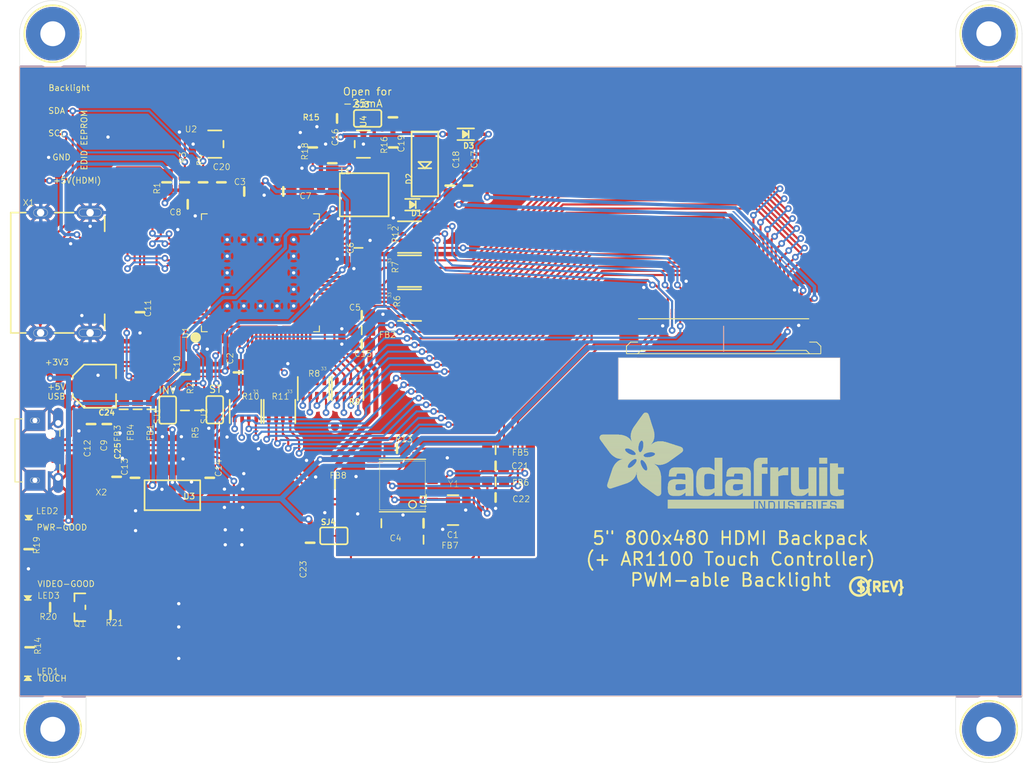
<source format=kicad_pcb>
(kicad_pcb (version 20221018) (generator pcbnew)
  (layers (0 "F.Cu" signal) (31 "B.Cu" signal) (34 "B.Paste" user) (35 "F.Paste" user) (36 "B.SilkS" user "B.Silkscreen") (37 "F.SilkS" user "F.Silkscreen") (38 "B.Mask" user) (39 "F.Mask" user) (44 "Edge.Cuts" user))
  (net 0 "")
  (net 1 "GND")
  (net 2 "N$1")
  (net 3 "N$2")
  (net 4 "N$3")
  (net 5 "N$4")
  (net 6 "N$5")
  (net 7 "N$6")
  (net 8 "N$7")
  (net 9 "N$8")
  (net 10 "N$9")
  (net 11 "N$38")
  (net 12 "N$42")
  (net 13 "VDD")
  (net 14 "VDDIO")
  (net 15 "OCK_INV")
  (net 16 "ST")
  (net 17 "PWRDN_O")
  (net 18 "PWRDN")
  (net 19 "ASD")
  (net 20 "ZXC")
  (net 21 "XCV")
  (net 22 "CVB")
  (net 23 "CTL3")
  (net 24 "CTL2")
  (net 25 "CTL1")
  (net 26 "AVDD")
  (net 27 "SCL")
  (net 28 "SDA")
  (net 29 "VIN")
  (net 30 "5.0V")
  (net 31 "D+")
  (net 32 "D-")
  (net 33 "N$10")
  (net 34 "N$11")
  (net 35 "N$12")
  (net 36 "N$14")
  (net 37 "N$15")
  (net 38 "N$16")
  (net 39 "N$17")
  (net 40 "N$18")
  (net 41 "N$19")
  (net 42 "N$20")
  (net 43 "N$21")
  (net 44 "N$22")
  (net 45 "N$23")
  (net 46 "N$24")
  (net 47 "N$25")
  (net 48 "N$26")
  (net 49 "N$27")
  (net 50 "N$28")
  (net 51 "N$29")
  (net 52 "N$30")
  (net 53 "N$31")
  (net 54 "N$32")
  (net 55 "N$33")
  (net 56 "N$34")
  (net 57 "N$35")
  (net 58 "N$36")
  (net 59 "N$39")
  (net 60 "R0")
  (net 61 "R1")
  (net 62 "R2")
  (net 63 "R3")
  (net 64 "R4")
  (net 65 "R5")
  (net 66 "R6")
  (net 67 "R7")
  (net 68 "G0")
  (net 69 "G1")
  (net 70 "G2")
  (net 71 "G3")
  (net 72 "G4")
  (net 73 "G5")
  (net 74 "G6")
  (net 75 "G7")
  (net 76 "B0")
  (net 77 "B1")
  (net 78 "B2")
  (net 79 "B3")
  (net 80 "B4")
  (net 81 "B5")
  (net 82 "B6")
  (net 83 "B7")
  (net 84 "VSYNC")
  (net 85 "HSYNC")
  (net 86 "PIXCLK")
  (net 87 "DISPEN")
  (net 88 "ACTIVE")
  (net 89 "X+")
  (net 90 "Y+")
  (net 91 "X-")
  (net 92 "Y-")
  (net 93 "N$40")
  (net 94 "N$41")
  (net 95 "N$43")
  (net 96 "N$47")
  (net 97 "N$52")
  (net 98 "LEDK")
  (net 99 "24V")
  (net 100 "N$13")
  (net 101 "N$45")
  (net 102 "N$46")
  (net 103 "N$48")
  (net 104 "N$53")
  (net 105 "N$54")
  (net 106 "AGND")
  (net 107 "N$55")
  (net 108 "AVDD2")
  (net 109 "N$49")
  (footprint "working:1X01_SMD_MASKHELD_2X2MM" (layer "F.Cu") (at 89.7511 78.003758)
    (fp_text reference "GND0" hide)
    (fp_text value "" hide)
  )
  (footprint "working:CHIPLED_0805_NOOUTLINE" (layer "F.Cu") (at 89.1511 131.081258 180)
    (fp_text reference "LED3")
    (fp_text value "Blue")
  )
  (footprint "working:0805-NO" (layer "F.Cu") (at 102.0511 116.603758 90)
    (fp_text reference "C13")
    (fp_text value "10uF")
  )
  (footprint "working:_0805MP" (layer "F.Cu") (at 100.6871 108.353758 90)
    (fp_text reference "FB3")
    (fp_text value "Ferrite")
  )
  (footprint "working:0805-NO" (layer "F.Cu") (at 126.3781 73.307758 180)
    (fp_text reference "R15")
    (fp_text value "12")
  )
  (footprint "working:0805-NO" (layer "F.Cu") (at 125.8011 78.703758 -90)
    (fp_text reference "C16")
    (fp_text value "10uF")
  )
  (footprint "working:1X01_SMD_MASKHELD_2X2MM" (layer "F.Cu") (at 89.8511 105.703758)
    (fp_text reference "JP6" hide)
    (fp_text value "" hide)
  )
  (footprint "working:0805-NO" (layer "F.Cu") (at 99.1081 133.132758 180)
    (fp_text reference "R21")
    (fp_text value "1K")
  )
  (footprint "working:0805-NO" (layer "F.Cu") (at 123.4511 76.803758 90)
    (fp_text reference "R18")
    (fp_text value "10K")
  )
  (footprint "working:0805-NO" (layer "F.Cu") (at 123.1341 124.430758 -90)
    (fp_text reference "C23")
    (fp_text value "0.1uF")
  )
  (footprint "working:SOD-123" (layer "F.Cu") (at 135.4511 83.703758 180)
    (fp_text reference "D1")
    (fp_text value "MBR0540")
  )
  (footprint "working:SOLDERJUMPER_ARROW_NOPASTE" (layer "F.Cu") (at 111.6521 108.407758 90)
    (fp_text reference "SJ2")
    (fp_text value "")
  )
  (footprint "working:FIDUCIAL_1MM" (layer "F.Cu") (at 206.7691 68.862758)
    (fp_text reference "FID6" hide)
    (fp_text value "FIDUCIAL\"\"" hide)
  )
  (footprint "working:0805-NO" (layer "F.Cu") (at 115.2011 82.103758 180)
    (fp_text reference "C3")
    (fp_text value "0.1uF")
  )
  (footprint "working:0805-NO" (layer "F.Cu") (at 89.2511 125.203758 -90)
    (fp_text reference "R19")
    (fp_text value "1K")
  )
  (footprint "working:0805-NO" (layer "F.Cu") (at 98.6601 110.131758 -90)
    (fp_text reference "C9")
    (fp_text value "0.1uF")
  )
  (footprint "working:1X01_SMD_MASKHELD_2X2MM" (layer "F.Cu") (at 89.7511 69.603758)
    (fp_text reference "BACKLITEPWM0" hide)
    (fp_text value "" hide)
  )
  (footprint "working:_0805MP" (layer "F.Cu") (at 136.7921 124.060758 180)
    (fp_text reference "FB7")
    (fp_text value "Ferrite")
  )
  (footprint "working:PANASONIC_C" (layer "F.Cu") (at 97.1681 105.565758 180)
    (fp_text reference "C24")
    (fp_text value "100uF/6V")
  )
  (footprint "working:0805-NO" (layer "F.Cu") (at 108.1511 104.153758 -90)
    (fp_text reference "C10")
    (fp_text value "0.1uF")
  )
  (footprint "working:RESPACK_4X0603" (layer "F.Cu") (at 115.3511 108.603758 180)
    (fp_text reference "R10")
    (fp_text value "33")
  )
  (footprint "working:FIDUCIAL_1MM" (layer "F.Cu") (at 206.7811 140.749758)
    (fp_text reference "FID3" hide)
    (fp_text value "FIDUCIAL\"\"" hide)
  )
  (footprint "working:_0805MP" (layer "F.Cu") (at 131.7121 122.082758)
    (fp_text reference "C4")
    (fp_text value "0.1uF")
  )
  (footprint "working:CHIPLED_0805_NOOUTLINE" (layer "F.Cu") (at 89.1511 140.758758)
    (fp_text reference "LED1")
    (fp_text value "Red")
  )
  (footprint "working:MOUNTINGHOLE_3.0_PLATED" (layer "F.Cu") (at 204.8511 63.103758)
    (fp_text reference "U$32" hide)
    (fp_text value "MOUNTINGHOLE3.0" hide)
  )
  (footprint "working:MOUNTINGHOLE_3.0_PLATED" (layer "F.Cu") (at 204.8511 146.903758)
    (fp_text reference "U$33" hide)
    (fp_text value "MOUNTINGHOLE3.0" hide)
  )
  (footprint "working:4UCONN_20329" (layer "F.Cu") (at 91.9011 113.303758 -90)
    (fp_text reference "X2")
    (fp_text value "MicroUSB")
    (fp_line (start -3.9 2.2) (end -3.9 1.6) (stroke (width 0.05)) (layer "Edge.Cuts"))
    (fp_line (start -3.3 1.6) (end -3.3 2.2) (stroke (width 0.05)) (layer "Edge.Cuts"))
    (fp_line (start 3.3 2.2) (end 3.3 1.6) (stroke (width 0.05)) (layer "Edge.Cuts"))
    (fp_line (start 3.9 1.6) (end 3.9 2.2) (stroke (width 0.05)) (layer "Edge.Cuts"))
    (fp_arc (start -3.9 1.6) (mid -3.801777 1.412868) (end -3.6 1.35) (stroke (width 0.05)) (layer "Edge.Cuts"))
    (fp_arc (start -3.6 1.35) (mid -3.398223 1.412868) (end -3.3 1.6) (stroke (width 0.05)) (layer "Edge.Cuts"))
    (fp_arc (start -3.6 2.45) (mid -3.801777 2.387132) (end -3.9 2.2) (stroke (width 0.05)) (layer "Edge.Cuts"))
    (fp_arc (start -3.3 2.2) (mid -3.398223 2.387132) (end -3.6 2.45) (stroke (width 0.05)) (layer "Edge.Cuts"))
    (fp_arc (start 3.3 1.6) (mid 3.398223 1.412868) (end 3.6 1.35) (stroke (width 0.05)) (layer "Edge.Cuts"))
    (fp_arc (start 3.6 1.35) (mid 3.801777 1.412868) (end 3.9 1.6) (stroke (width 0.05)) (layer "Edge.Cuts"))
    (fp_arc (start 3.6 2.45) (mid 3.398223 2.387132) (end 3.3 2.2) (stroke (width 0.05)) (layer "Edge.Cuts"))
    (fp_arc (start 3.9 2.2) (mid 3.801777 2.387132) (end 3.6 2.45) (stroke (width 0.05)) (layer "Edge.Cuts"))
  )
  (footprint "working:1X01_SMD_MASKHELD_2X2MM" (layer "F.Cu") (at 89.7511 80.803758)
    (fp_text reference "JP3" hide)
    (fp_text value "" hide)
  )
  (footprint "working:0805-NO" (layer "F.Cu") (at 119.9011 82.103758 180)
    (fp_text reference "C7")
    (fp_text value "0.1uF")
  )
  (footprint "working:0805-NO" (layer "F.Cu") (at 136.7921 122.082758)
    (fp_text reference "C1")
    (fp_text value "0.1uF")
  )
  (footprint "working:0805-NO" (layer "F.Cu") (at 91.8286 132.205758)
    (fp_text reference "R20")
    (fp_text value "1K")
  )
  (footprint "working:SOT23-WIDE" (layer "F.Cu") (at 95.4191 132.205758 90)
    (fp_text reference "Q1")
    (fp_text value "BSS138")
  )
  (footprint "working:0805-NO" (layer "F.Cu") (at 105.8511 81.003758 -90)
    (fp_text reference "R1")
    (fp_text value "10K")
  )
  (footprint "working:0805-NO" (layer "F.Cu") (at 114.4511 103.903758 -90)
    (fp_text reference "C2")
    (fp_text value "0.1uF")
  )
  (footprint "working:SOLDERJUMPER_CLOSEDWIRE" (layer "F.Cu") (at 125.9971 123.599758)
    (fp_text reference "SJ4")
    (fp_text value "")
  )
  (footprint "working:RESPACK_4X0603" (layer "F.Cu") (at 135.1011 95.803758 -90)
    (fp_text reference "R6")
    (fp_text value "33")
  )
  (footprint "working:0805-NO" (layer "F.Cu") (at 110.2511 81.003758 -90)
    (fp_text reference "R4")
    (fp_text value "10K")
  )
  (footprint "working:0805-NO" (layer "F.Cu") (at 89.3741 137.021758 90)
    (fp_text reference "R14")
    (fp_text value "1K")
  )
  (footprint "working:_0805MP" (layer "F.Cu") (at 129.3511 98.830758 180)
    (fp_text reference "FB2")
    (fp_text value "Ferrite")
  )
  (footprint "working:1X01_SMD_MASKHELD_2X2MM" (layer "F.Cu") (at 89.7511 75.203758)
    (fp_text reference "JP4" hide)
    (fp_text value "" hide)
  )
  (footprint "working:0805-NO" (layer "F.Cu") (at 129.3511 97.030758)
    (fp_text reference "C5")
    (fp_text value "0.1u")
  )
  (footprint "working:HDMI_MOLEX_47151-0001_DIMLAYER" (layer "F.Cu") (at 97.4011 91.903758 -90)
    (fp_text reference "X1")
    (fp_text value "47151-0001" hide)
    (fp_line (start -7.7 -0.15) (end -7.7 1.65) (stroke (width 0.05)) (layer "Edge.Cuts"))
    (fp_line (start -7.7 7.12) (end -7.7 6.32) (stroke (width 0.05)) (layer "Edge.Cuts"))
    (fp_line (start -6.8 1.65) (end -6.8 -0.15) (stroke (width 0.05)) (layer "Edge.Cuts"))
    (fp_line (start -6.8 6.32) (end -6.8 7.12) (stroke (width 0.05)) (layer "Edge.Cuts"))
    (fp_line (start 6.8 -0.15) (end 6.8 1.65) (stroke (width 0.05)) (layer "Edge.Cuts"))
    (fp_line (start 6.8 7.12) (end 6.8 6.32) (stroke (width 0.05)) (layer "Edge.Cuts"))
    (fp_line (start 7.7 1.65) (end 7.7 -0.15) (stroke (width 0.05)) (layer "Edge.Cuts"))
    (fp_line (start 7.7 6.32) (end 7.7 7.12) (stroke (width 0.05)) (layer "Edge.Cuts"))
    (fp_arc (start -7.7 -0.15) (mid -7.568197 -0.468198) (end -7.249999 -0.599999) (stroke (width 0.05)) (layer "Edge.Cuts"))
    (fp_arc (start -7.7 6.32) (mid -7.568198 6.001802) (end -7.25 5.87) (stroke (width 0.05)) (layer "Edge.Cuts"))
    (fp_arc (start -7.25 -0.6) (mid -6.931801 -0.468198) (end -6.799999 -0.149999) (stroke (width 0.05)) (layer "Edge.Cuts"))
    (fp_arc (start -7.25 2.1) (mid -7.568198 1.968198) (end -7.7 1.65) (stroke (width 0.05)) (layer "Edge.Cuts"))
    (fp_arc (start -7.25 5.87) (mid -6.931802 6.001802) (end -6.8 6.32) (stroke (width 0.05)) (layer "Edge.Cuts"))
    (fp_arc (start -7.25 7.57) (mid -7.568198 7.438198) (end -7.7 7.12) (stroke (width 0.05)) (layer "Edge.Cuts"))
    (fp_arc (start -6.8 1.65) (mid -6.931802 1.968198) (end -7.25 2.1) (stroke (width 0.05)) (layer "Edge.Cuts"))
    (fp_arc (start -6.8 7.12) (mid -6.931802 7.438198) (end -7.25 7.57) (stroke (width 0.05)) (layer "Edge.Cuts"))
    (fp_arc (start 6.8 -0.15) (mid 6.931803 -0.468198) (end 7.250001 -0.599999) (stroke (width 0.05)) (layer "Edge.Cuts"))
    (fp_arc (start 6.8 6.32) (mid 6.931802 6.001802) (end 7.25 5.87) (stroke (width 0.05)) (layer "Edge.Cuts"))
    (fp_arc (start 7.25 -0.6) (mid 7.568199 -0.468198) (end 7.700001 -0.149999) (stroke (width 0.05)) (layer "Edge.Cuts"))
    (fp_arc (start 7.25 2.1) (mid 6.931802 1.968198) (end 6.8 1.65) (stroke (width 0.05)) (layer "Edge.Cuts"))
    (fp_arc (start 7.25 5.87) (mid 7.568198 6.001802) (end 7.7 6.32) (stroke (width 0.05)) (layer "Edge.Cuts"))
    (fp_arc (start 7.25 7.57) (mid 6.931802 7.438198) (end 6.8 7.12) (stroke (width 0.05)) (layer "Edge.Cuts"))
    (fp_arc (start 7.7 1.65) (mid 7.568198 1.968198) (end 7.25 2.1) (stroke (width 0.05)) (layer "Edge.Cuts"))
    (fp_arc (start 7.7 7.12) (mid 7.568198 7.438198) (end 7.25 7.57) (stroke (width 0.05)) (layer "Edge.Cuts"))
  )
  (footprint "working:SOT23-5" (layer "F.Cu") (at 129.5511 76.403758 90)
    (fp_text reference "U4")
    (fp_text value "FAN5333BSX")
  )
  (footprint "working:SMADIODE" (layer "F.Cu") (at 136.9511 78.803758 90)
    (fp_text reference "D2")
    (fp_text value "MM3Z24VT1G")
  )
  (footprint "working:0805-NO" (layer "F.Cu") (at 108.4011 83.653758)
    (fp_text reference "C8")
    (fp_text value "0.1uF")
  )
  (footprint "working:_0805MP" (layer "F.Cu") (at 126.1241 117.410758)
    (fp_text reference "FB8")
    (fp_text value "Ferrite")
  )
  (footprint "working:0805-NO" (layer "F.Cu") (at 145.4661 118.978758)
    (fp_text reference "C22")
    (fp_text value "0.01uF")
  )
  (footprint "working:0805-NO" (layer "F.Cu") (at 133.1511 76.803758 -90)
    (fp_text reference "C19")
    (fp_text value "0.1uF")
  )
  (footprint "working:_0805MP" (layer "F.Cu") (at 104.0331 108.353758 90)
    (fp_text reference "FB1")
    (fp_text value "Ferrite")
  )
  (footprint "working:SOT223-R" (layer "F.Cu") (at 106.5511 118.703758 180)
    (fp_text reference "U3")
    (fp_text value "LT1117(3V3)")
  )
  (footprint "working:CHIPLED_0805_NOOUTLINE" (layer "F.Cu") (at 89.2511 121.403758 180)
    (fp_text reference "LED2")
    (fp_text value "Green")
  )
  (footprint "working:ADAFRUIT_TEXT_30MM" (layer "F.Cu") (at 157.7471 120.297758)
    (fp_text reference "U$75" hide)
    (fp_text value "" hide)
  )
  (footprint "working:RESPACK_4X0603" (layer "F.Cu") (at 119.4511 108.603758 180)
    (fp_text reference "R11")
    (fp_text value "33")
  )
  (footprint "working:SOD-323" (layer "F.Cu") (at 141.8721 75.212758 180)
    (fp_text reference "D3")
    (fp_text value "1N4148")
  )
  (footprint "working:0805-NO" (layer "F.Cu") (at 145.4661 115.168758 180)
    (fp_text reference "C21")
    (fp_text value "0.01uF")
  )
  (footprint "working:MOUNTINGHOLE_3.0_PLATED" (layer "F.Cu") (at 92.1511 146.903758)
    (fp_text reference "U$34" hide)
    (fp_text value "MOUNTINGHOLE3.0" hide)
  )
  (footprint "working:FIDUCIAL_1MM" (layer "F.Cu") (at 124.4511 81.703758)
    (fp_text reference "FID1" hide)
    (fp_text value "FIDUCIAL\"\"" hide)
  )
  (footprint "working:FIDUCIAL_1MM" (layer "F.Cu") (at 97.5491 71.148758)
    (fp_text reference "FID4" hide)
    (fp_text value "FIDUCIAL\"\"" hide)
  )
  (footprint "working:_0805MP" (layer "F.Cu") (at 108.0661 108.492758 -90)
    (fp_text reference "R2")
    (fp_text value "10K")
  )
  (footprint "working:SOLDERJUMPER_ARROW_NOPASTE" (layer "F.Cu") (at 105.9891 108.438758 90)
    (fp_text reference "SJ1")
    (fp_text value "")
  )
  (footprint "working:0805-NO" (layer "F.Cu") (at 133.5921 113.092758 180)
    (fp_text reference "R13")
    (fp_text value "10K")
  )
  (footprint "working:0805-NO" (layer "F.Cu") (at 111.0511 116.603758 90)
    (fp_text reference "C14")
    (fp_text value "10uF")
  )
  (footprint "working:RESONATOR-SMD" (layer "F.Cu") (at 140.3371 120.495758 90)
    (fp_text reference "Y1")
    (fp_text value "12MHz")
  )
  (footprint "working:INDUCTOR_5X5MM_NR5040_NOTHERMALS" (layer "F.Cu") (at 129.6511 82.503758)
    (fp_text reference "L1")
    (fp_text value "15uH")
  )
  (footprint "working:MOUNTINGHOLE_3.0_PLATED" (layer "F.Cu") (at 92.1511 63.103758)
    (fp_text reference "U$31" hide)
    (fp_text value "MOUNTINGHOLE3.0" hide)
  )
  (footprint "working:S-PQFP-G100" (layer "F.Cu") (at 117.1511 91.903758)
    (fp_text reference "U1")
    (fp_text value "TFP401")
  )
  (footprint "working:0805-NO" (layer "F.Cu") (at 129.3511 100.503758 180)
    (fp_text reference "C15")
    (fp_text value "10uF")
  )
  (footprint "working:0805-NO" (layer "F.Cu") (at 102.6511 96.653758 -90)
    (fp_text reference "C11")
    (fp_text value "0.1uF")
  )
  (footprint "working:0805-NO" (layer "F.Cu") (at 112.4511 81.003758 -90)
    (fp_text reference "C20")
    (fp_text value "0.1uF")
  )
  (footprint "working:0805-NO" (layer "F.Cu") (at 142.1511 81.403758 90)
    (fp_text reference "C17")
    (fp_text value "1uF")
  )
  (footprint "working:RESPACK_4X0603" (layer "F.Cu") (at 127.6511 105.853758 180)
    (fp_text reference "R9")
    (fp_text value "33")
  )
  (footprint "working:_0805MP" (layer "F.Cu") (at 128.9511 88.903758 90)
    (fp_text reference "C6")
    (fp_text value "0.1uF")
  )
  (footprint "working:0805-NO" (layer "F.Cu") (at 96.7601 110.131758 -90)
    (fp_text reference "C12")
    (fp_text value "10uF")
  )
  (footprint "working:_0805MP" (layer "F.Cu") (at 145.4661 113.263758)
    (fp_text reference "FB5")
    (fp_text value "Ferrite")
  )
  (footprint "working:_0805MP" (layer "F.Cu") (at 102.3601 108.353758 90)
    (fp_text reference "FB4")
    (fp_text value "Ferrite")
  )
  (footprint "working:FIDUCIAL_1MM" (layer "F.Cu") (at 95.3901 139.728758)
    (fp_text reference "FID5" hide)
    (fp_text value "FIDUCIAL\"\"" hide)
  )
  (footprint "working:_0805MP" (layer "F.Cu") (at 109.7701 108.480758 90)
    (fp_text reference "R5")
    (fp_text value "10K")
  )
  (footprint "working:SOLDERJUMPER_CLOSEDWIRE" (layer "F.Cu") (at 130.0611 73.307758)
    (fp_text reference "SJ3")
    (fp_text value "-25mA")
  )
  (footprint "working:TSSOP20-5.3MMBODY" (layer "F.Cu") (at 134.2521 117.537758 90)
    (fp_text reference "IC1")
    (fp_text value "AR1100")
  )
  (footprint "working:0805-NO" (layer "F.Cu") (at 99.8351 116.487758 90)
    (fp_text reference "C25")
    (fp_text value "1uF")
  )
  (footprint "working:1X01_SMD_MASKHELD_2X2MM" (layer "F.Cu") (at 89.8511 102.903758)
    (fp_text reference "JP7" hide)
    (fp_text value "" hide)
  )
  (footprint "working:FIDUCIAL_1MM" (layer "F.Cu") (at 126.1311 110.453758)
    (fp_text reference "FID2" hide)
    (fp_text value "FIDUCIAL\"\"" hide)
  )
  (footprint "working:0805-NO" (layer "F.Cu") (at 139.9511 81.403758 90)
    (fp_text reference "C18")
    (fp_text value "1uF")
  )
  (footprint "working:RESPACK_4X0603" (layer "F.Cu") (at 135.1011 87.603758 -90)
    (fp_text reference "R12")
    (fp_text value "33")
  )
  (footprint "working:PCBFEAT-REV-056" (layer "F.Cu") (at 189.2511 129.703758)
    (fp_text reference "U$76" hide)
    (fp_text value "" hide)
  )
  (footprint "working:SOT23-5" (layer "F.Cu") (at 111.6511 76.403758 -90)
    (fp_text reference "U2")
    (fp_text value "24LC02BT-I/OT" hide)
  )
  (footprint "working:RESPACK_4X0603" (layer "F.Cu") (at 135.1011 91.703758 -90)
    (fp_text reference "R7")
    (fp_text value "33")
  )
  (footprint "working:_0805MP" (layer "F.Cu") (at 145.4661 117.073758)
    (fp_text reference "FB6")
    (fp_text value "Ferrite")
  )
  (footprint "working:1X01_SMD_MASKHELD_2X2MM" (layer "F.Cu") (at 89.7511 72.403758)
    (fp_text reference "JP5" hide)
    (fp_text value "" hide)
  )
  (footprint "working:0805-NO" (layer "F.Cu") (at 108.0511 81.003758 -90)
    (fp_text reference "R3")
    (fp_text value "10K")
  )
  (footprint "working:RESPACK_4X0603" (layer "F.Cu") (at 123.5511 105.853758 180)
    (fp_text reference "R8")
    (fp_text value "33")
  )
  (footprint "working:0805-NO" (layer "F.Cu") (at 133.1051 73.175758 90)
    (fp_text reference "R16")
    (fp_text value "12")
  )
  (footprint "working:TFTLCD-KD50G21-40NT-A1" (layer "B.Cu") (at 208.8511 142.903758 180)
    (fp_text reference "J1" hide)
    (fp_text value "TFTLCD-KD50G21-40NT-A1" hide)
  )
  (gr_line (start 160.2591 102.151758) (end 186.9291 102.151758) (stroke (width 0.05)) (layer "Edge.Cuts"))
  (gr_arc (start 88.1511 63.103758) (mid 89.322673 60.275331) (end 92.1511 59.103758) (stroke (width 0.05)) (layer "Edge.Cuts"))
  (gr_line (start 96.1511 146.903758) (end 96.1511 142.903758) (stroke (width 0.05)) (layer "Edge.Cuts"))
  (gr_line (start 160.2591 107.173758) (end 186.9291 107.173758) (stroke (width 0.05)) (layer "Edge.Cuts"))
  (gr_line (start 186.9291 107.173758) (end 186.9291 102.151758) (stroke (width 0.05)) (layer "Edge.Cuts"))
  (gr_arc (start 92.1511 59.103758) (mid 94.979527 60.275331) (end 96.1511 63.103758) (stroke (width 0.05)) (layer "Edge.Cuts"))
  (gr_line (start 96.1511 63.103758) (end 96.1511 67.103758) (stroke (width 0.05)) (layer "Edge.Cuts"))
  (gr_line (start 88.1511 63.103758) (end 88.1511 146.903758) (stroke (width 0.05)) (layer "Edge.Cuts"))
  (gr_line (start 200.8511 63.003758) (end 200.8511 67.103758) (stroke (width 0.05)) (layer "Edge.Cuts"))
  (gr_line (start 96.1511 142.903758) (end 200.8511 142.903758) (stroke (width 0.05)) (layer "Edge.Cuts"))
  (gr_line (start 160.2591 102.151758) (end 160.2591 107.173758) (stroke (width 0.05)) (layer "Edge.Cuts"))
  (gr_arc (start 204.8511 59.103758) (mid 207.679527 60.275331) (end 208.8511 63.103758) (stroke (width 0.05)) (layer "Edge.Cuts"))
  (gr_arc (start 200.8511 63.003758) (mid 202.043384 60.225331) (end 204.8511 59.103758) (stroke (width 0.05)) (layer "Edge.Cuts"))
  (gr_arc (start 92.1511 150.903758) (mid 89.322673 149.732185) (end 88.1511 146.903758) (stroke (width 0.05)) (layer "Edge.Cuts"))
  (gr_arc (start 204.8511 150.903758) (mid 202.022673 149.732185) (end 200.8511 146.903758) (stroke (width 0.05)) (layer "Edge.Cuts"))
  (gr_arc (start 208.8511 146.903758) (mid 207.679527 149.732185) (end 204.8511 150.903758) (stroke (width 0.05)) (layer "Edge.Cuts"))
  (gr_line (start 208.8511 63.103758) (end 208.8511 146.903758) (stroke (width 0.05)) (layer "Edge.Cuts"))
  (gr_arc (start 96.1511 146.903758) (mid 94.979527 149.732185) (end 92.1511 150.903758) (stroke (width 0.05)) (layer "Edge.Cuts"))
  (gr_line (start 200.8511 67.103758) (end 96.1511 67.103758) (stroke (width 0.05)) (layer "Edge.Cuts"))
  (gr_line (start 200.8511 146.903758) (end 200.8511 142.903758) (stroke (width 0.05)) (layer "Edge.Cuts"))
  (gr_text "5\" 800x480 HDMI Backpack\n(+ AR1100 Touch Controller)\nPWM-able Backlight" (at 173.7491 126.393758) (layer "F.SilkS") (effects (font (size 1.56464 1.56464) (thickness 0.21336))))
  (gr_text "+5V(HDMI)" (at 92.1511 81.203758) (layer "F.SilkS") (effects (font (size 0.715264 0.715264) (thickness 0.097536)) (justify left bottom)))
  (gr_text "EDID EEPROM" (at 96.3511 79.603758 90) (layer "F.SilkS") (effects (font (size 0.715264 0.715264) (thickness 0.097536)) (justify left bottom)))
  (gr_text "Backlight" (at 91.570912 70.048996) (layer "F.SilkS") (effects (font (size 0.715264 0.715264) (thickness 0.097536)) (justify left bottom)))
  (gr_text "TOUCH" (at 90.2511 141.203758) (layer "F.SilkS") (effects (font (size 0.715264 0.715264) (thickness 0.097536)) (justify left bottom)))
  (gr_text "PWR-GOOD" (at 90.1511 123.003758) (layer "F.SilkS") (effects (font (size 0.715264 0.715264) (thickness 0.097536)) (justify left bottom)))
  (gr_text "GND" (at 92.0511 78.403758) (layer "F.SilkS") (effects (font (size 0.715264 0.715264) (thickness 0.097536)) (justify left bottom)))
  (gr_text "SDA" (at 91.5511 72.803758) (layer "F.SilkS") (effects (font (size 0.715264 0.715264) (thickness 0.097536)) (justify left bottom)))
  (gr_text "Open for\n-25mA" (at 127.0131 72.037758) (layer "F.SilkS") (effects (font (size 0.89408 0.89408) (thickness 0.12192)) (justify left bottom)))
  (gr_text "VIDEO-GOOD" (at 90.2511 129.803758) (layer "F.SilkS") (effects (font (size 0.715264 0.715264) (thickness 0.097536)) (justify left bottom)))
  (gr_text "ST" (at 110.8841 106.454758) (layer "F.SilkS") (effects (font (size 0.89408 0.89408) (thickness 0.12192)) (justify left bottom)))
  (gr_text "SCL" (at 91.5511 75.503758) (layer "F.SilkS") (effects (font (size 0.715264 0.715264) (thickness 0.097536)) (justify left bottom)))
  (gr_text "+3V3" (at 91.1511 103.103758) (layer "F.SilkS") (effects (font (size 0.715264 0.715264) (thickness 0.097536)) (justify left bottom)))
  (gr_text "INV" (at 104.7881 106.581758) (layer "F.SilkS") (effects (font (size 0.89408 0.89408) (thickness 0.12192)) (justify left bottom)))
  (gr_text "+5V\nUSB" (at 91.4511 107.219758) (layer "F.SilkS") (effects (font (size 0.715264 0.715264) (thickness 0.097536)) (justify left bottom)))
  (segment (start 90.7011 83.453758) (end 90.7011 85.853758) (width 0.4064) (layer "F.Cu") (net 1))
  (segment (start 109.4011 96.903758) (end 112.1511 96.903758) (width 0.25) (layer "F.Cu") (net 1))
  (segment (start 165.1991 98.043758) (end 165.5861 98.297758) (width 0.254) (layer "F.Cu") (net 1))
  (segment (start 112.6511 92.403758) (end 113.1511 91.903758) (width 0.25) (layer "F.Cu") (net 1))
  (segment (start 165.1711 98.009758) (end 165.5861 98.297758) (width 0.254) (layer "F.Cu") (net 1))
  (segment (start 92.6761 114.603758) (end 92.8011 114.728758) (width 0.254) (layer "F.Cu") (net 1))
  (segment (start 126.3511 96.903758) (end 126.9511 97.503758) (width 0.25) (layer "F.Cu") (net 1))
  (segment (start 165.1991 94.813758) (end 164.8591 94.473758) (width 0.254) (layer "F.Cu") (net 1))
  (segment (start 110.7511 101.103758) (end 111.1511 100.703758) (width 0.254) (layer "F.Cu") (net 1))
  (segment (start 102.6511 97.603758) (end 102.6511 99.153758) (width 0.4) (layer "F.Cu") (net 1))
  (segment (start 112.6511 99.653758) (end 112.6511 96.403758) (width 0.254) (layer "F.Cu") (net 1))
  (segment (start 120.1511 101.953758) (end 120.1511 102.553758) (width 0.254) (layer "F.Cu") (net 1))
  (segment (start 111.1511 100.703758) (end 111.1511 99.653758) (width 0.254) (layer "F.Cu") (net 1))
  (segment (start 95.4011 94.653758) (end 95.4011 95.903758) (width 0.25) (layer "F.Cu") (net 1))
  (segment (start 96.6411 84.653758) (end 96.6411 86.293758) (width 0.4064) (layer "F.Cu") (net 1))
  (segment (start 164.2591 94.473758) (end 163.4591 93.673758) (width 0.254) (layer "F.Cu") (net 1))
  (segment (start 113.1511 99.653758) (end 113.1511 96.653758) (width 0.25) (layer "F.Cu") (net 1))
  (segment (start 168.6991 93.213758) (end 168.4091 92.923758) (width 0.254) (layer "F.Cu") (net 1))
  (segment (start 126.1011 91.403758) (end 126.4011 90.253758) (width 0.254) (layer "F.Cu") (net 1))
  (segment (start 107.4391 105.169758) (end 106.6741 105.903758) (width 0.4) (layer "F.Cu") (net 1))
  (segment (start 99.1511 91.403758) (end 99.1511 88.653758) (width 0.25) (layer "F.Cu") (net 1))
  (segment (start 119.6511 84.153758) (end 119.6511 83.153758) (width 0.25) (layer "F.Cu") (net 1))
  (segment (start 96.6511 99.153758) (end 98.7511 99.153758) (width 0.4064) (layer "F.Cu") (net 1))
  (segment (start 99.1511 88.653758) (end 98.9011 88.403758) (width 0.25) (layer "F.Cu") (net 1))
  (segment (start 92.8011 114.728758) (end 92.8011 116.603758) (width 0.254) (layer "F.Cu") (net 1))
  (segment (start 130.3011 97.030758) (end 131.9011 96.903758) (width 0.4) (layer "F.Cu") (net 1))
  (segment (start 109.4011 89.403758) (end 112.6511 89.403758) (width 0.25) (layer "F.Cu") (net 1))
  (segment (start 181.6711 95.989758) (end 181.6711 96.803758) (width 0.254) (layer "F.Cu") (net 1))
  (segment (start 97.4011 92.903758) (end 98.9011 92.903758) (width 0.25) (layer "F.Cu") (net 1))
  (segment (start 124.9011 96.903758) (end 126.3511 96.903758) (width 0.25) (layer "F.Cu") (net 1))
  (segment (start 181.6991 95.989758) (end 181.6991 97.979758) (width 0.254) (layer "F.Cu") (net 1))
  (segment (start 113.1511 99.653758) (end 113.1511 101.303758) (width 0.254) (layer "F.Cu") (net 1))
  (segment (start 168.6711 96.803758) (end 168.6711 96.805758) (width 0.254) (layer "F.Cu") (net 1))
  (segment (start 119.6511 83.153758) (end 119.6511 82.869758) (width 0.254) (layer "F.Cu") (net 1))
  (segment (start 168.6711 96.805758) (end 168.6991 96.833758) (width 0.254) (layer "F.Cu") (net 1))
  (segment (start 98.9011 92.903758) (end 99.1511 92.653758) (width 0.25) (layer "F.Cu") (net 1))
  (segment (start 125.8011 77.753758) (end 125.8011 76.553758) (width 0.254) (layer "F.Cu") (net 1))
  (segment (start 109.4011 92.403758) (end 112.6511 92.403758) (width 0.25) (layer "F.Cu") (net 1))
  (segment (start 114.6511 82.569758) (end 114.2511 82.103758) (width 0.254) (layer "F.Cu") (net 1))
  (segment (start 181.3691 95.659758) (end 181.3691 94.135758) (width 0.254) (layer "F.Cu") (net 1))
  (segment (start 128.4011 100.503758) (end 126.9511 100.503758) (width 0.4) (layer "F.Cu") (net 1))
  (segment (start 98.9011 88.403758) (end 97.4011 88.403758) (width 0.25) (layer "F.Cu") (net 1))
  (segment (start 112.6511 91.403758) (end 113.1511 91.903758) (width 0.25) (layer "F.Cu") (net 1))
  (segment (start 119.6511 82.869758) (end 118.9511 82.103758) (width 0.254) (layer "F.Cu") (net 1))
  (segment (start 155.6851 97.520758) (end 159.8821 93.323758) (width 0.254) (layer "F.Cu") (net 1))
  (segment (start 168.6991 96.833758) (end 168.6991 93.213758) (width 0.254) (layer "F.Cu") (net 1))
  (segment (start 95.4011 96.803758) (end 95.6511 97.053758) (width 0.25) (layer "F.Cu") (net 1))
  (segment (start 125.8011 76.553758) (end 125.6511 76.403758) (width 0.254) (layer "F.Cu") (net 1))
  (segment (start 114.6511 84.153758) (end 114.6511 82.569758) (width 0.254) (layer "F.Cu") (net 1))
  (segment (start 163.4591 93.673758) (end 163.3091 93.673758) (width 0.254) (layer "F.Cu") (net 1))
  (segment (start 112.7761 96.278758) (end 113.1511 95.903758) (width 0.25) (layer "F.Cu") (net 1))
  (segment (start 126.9511 97.503758) (end 126.9511 98.653758) (width 0.25) (layer "F.Cu") (net 1))
  (segment (start 127.6351 88.403758) (end 128.1511 87.887758) (width 0.254) (layer "F.Cu") (net 1))
  (segment (start 165.1711 96.803758) (end 165.1711 98.009758) (width 0.254) (layer "F.Cu") (net 1))
  (segment (start 109.4011 83.669758) (end 109.3511 83.653758) (width 0.25) (layer "F.Cu") (net 1))
  (segment (start 111.1511 97.903758) (end 112.1511 96.903758) (width 0.25) (layer "F.Cu") (net 1))
  (segment (start 130.4011 96.919758) (end 130.3011 97.030758) (width 0.25) (layer "F.Cu") (net 1))
  (segment (start 165.1991 98.043758) (end 165.1991 95.151758) (width 0.254) (layer "F.Cu") (net 1))
  (segment (start 95.4011 95.903758) (end 95.4011 96.803758) (width 0.25) (layer "F.Cu") (net 1))
  (segment (start 97.4011 94.403758) (end 95.6511 94.403758) (width 0.25) (layer "F.Cu") (net 1))
  (segment (start 112.6511 96.403758) (end 113.1511 95.903758) (width 0.254) (layer "F.Cu") (net 1))
  (segment (start 181.6991 94.213758) (end 181.4591 93.973758) (width 0.254) (layer "F.Cu") (net 1))
  (segment (start 112.6511 87.403758) (end 113.1511 87.903758) (width 0.25) (layer "F.Cu") (net 1))
  (segment (start 113.1511 96.653758) (end 112.7761 96.278758) (width 0.25) (layer "F.Cu") (net 1))
  (segment (start 97.4011 95.903758) (end 95.4011 95.903758) (width 0.25) (layer "F.Cu") (net 1))
  (segment (start 88.9011 84.653758) (end 92.4511 84.653758) (width 0.4064) (layer "F.Cu") (net 1))
  (segment (start 109.4011 93.903758) (end 113.1511 93.903758) (width 0.25) (layer "F.Cu") (net 1))
  (segment (start 128.1511 87.887758) (end 128.9511 87.887758) (width 0.254) (layer "F.Cu") (net 1))
  (segment (start 124.9011 88.403758) (end 127.6351 88.403758) (width 0.254) (layer "F.Cu") (net 1))
  (segment (start 109.4011 85.903758) (end 109.4011 83.669758) (width 0.25) (layer "F.Cu") (net 1))
  (segment (start 138.7511 110.953758) (end 141.0011 110.953758) (width 0.254) (layer "F.Cu") (net 1))
  (segment (start 112.6511 89.403758) (end 113.1511 89.903758) (width 0.25) (layer "F.Cu") (net 1))
  (segment (start 164.8591 94.473758) (end 164.2591 94.473758) (width 0.254) (layer "F.Cu") (net 1))
  (segment (start 181.6991 95.989758) (end 181.3691 95.659758) (width 0.254) (layer "F.Cu") (net 1))
  (segment (start 140.8511 89.703758) (end 140.6511 89.703758) (width 0.254) (layer "F.Cu") (net 1))
  (segment (start 88.9011 99.153758) (end 90.6511 99.153758) (width 0.4064) (layer "F.Cu") (net 1))
  (segment (start 90.6511 98.053758) (end 90.6511 98.103758) (width 0.4064) (layer "F.Cu") (net 1))
  (segment (start 120.1511 99.653758) (end 120.1511 101.953758) (width 0.25) (layer "F.Cu") (net 1))
  (segment (start 96.6411 98.043758) (end 95.6511 97.053758) (width 0.4) (layer "F.Cu") (net 1))
  (segment (start 113.1511 91.903758) (end 117.1511 91.903758) (width 0.25) (layer "F.Cu") (net 1))
  (segment (start 90.6511 99.153758) (end 90.6511 98.103758) (width 0.254) (layer "F.Cu") (net 1))
  (segment (start 140.9511 89.803758) (end 142.1511 89.803758) (width 0.254) (layer "F.Cu") (net 1))
  (segment (start 95.6511 94.403758) (end 95.4011 94.653758) (width 0.25) (layer "F.Cu") (net 1))
  (segment (start 109.4011 91.403758) (end 112.6511 91.403758) (width 0.25) (layer "F.Cu") (net 1))
  (segment (start 141.0011 110.953758) (end 145.7011 106.253758) (width 0.254) (layer "F.Cu") (net 1))
  (segment (start 181.6991 95.989758) (end 181.6711 95.989758) (width 0.254) (layer "F.Cu") (net 1))
  (segment (start 96.6411 86.293758) (end 96.6511 86.303758) (width 0.4) (layer "F.Cu") (net 1))
  (segment (start 134.6511 106.853758) (end 138.7511 110.953758) (width 0.254) (layer "F.Cu") (net 1))
  (segment (start 125.6511 76.403758) (end 124.7511 76.403758) (width 0.254) (layer "F.Cu") (net 1))
  (segment (start 109.4011 87.403758) (end 112.6511 87.403758) (width 0.25) (layer "F.Cu") (net 1))
  (segment (start 124.9011 91.403758) (end 126.1011 91.403758) (width 0.254) (layer "F.Cu") (net 1))
  (segment (start 97.4011 88.403758) (end 94.3011 88.403758) (width 0.25) (layer "F.Cu") (net 1))
  (segment (start 108.1511 105.103758) (end 107.4391 105.169758) (width 0.4) (layer "F.Cu") (net 1))
  (segment (start 99.1511 91.403758) (end 97.4011 91.403758) (width 0.25) (layer "F.Cu") (net 1))
  (segment (start 165.1991 95.533758) (end 165.1991 94.813758) (width 0.254) (layer "F.Cu") (net 1))
  (segment (start 165.1991 95.151758) (end 164.8591 95.151758) (width 0.254) (layer "F.Cu") (net 1))
  (segment (start 140.9511 89.803758) (end 140.8511 89.703758) (width 0.254) (layer "F.Cu") (net 1))
  (segment (start 120.1511 102.553758) (end 120.4511 102.853758) (width 0.254) (layer "F.Cu") (net 1))
  (segment (start 118.2351 79.887758) (end 118.2511 79.903758) (width 0.4) (layer "F.Cu") (net 1))
  (segment (start 121.4511 107.253758) (end 121.4511 108.503758) (width 0.254) (layer "F.Cu") (net 1))
  (segment (start 107.4011 87.403758) (end 109.4011 87.403758) (width 0.25) (layer "F.Cu") (net 1))
  (segment (start 96.6511 97.953758) (end 96.6511 99.153758) (width 0.4064) (layer "F.Cu") (net 1))
  (segment (start 112.1511 96.903758) (end 112.7761 96.278758) (width 0.25) (layer "F.Cu") (net 1))
  (segment (start 99.1511 92.653758) (end 99.1511 91.403758) (width 0.25) (layer "F.Cu") (net 1))
  (segment (start 111.1511 99.653758) (end 111.1511 97.903758) (width 0.25) (layer "F.Cu") (net 1))
  (segment (start 181.6991 97.979758) (end 181.9631 98.243758) (width 0.254) (layer "F.Cu") (net 1))
  (segment (start 96.6411 99.153758) (end 96.6411 98.043758) (width 0.3048) (layer "F.Cu") (net 1))
  (via (at 181.4591 93.973758) (size 0.8064) (drill 0.4) (layers "F.Cu" "B.Cu") (net 1))
  (via (at 113.1321 111.692758) (size 0.8064) (drill 0.4) (layers "F.Cu" "B.Cu") (net 1))
  (via (at 107.8351 114.330758) (size 0.8064) (drill 0.4) (layers "F.Cu" "B.Cu") (net 1))
  (via (at 165.5861 98.297758) (size 0.8064) (drill 0.4) (layers "F.Cu" "B.Cu") (net 1))
  (via (at 107.4011 74.953758) (size 0.8064) (drill 0.4) (layers "F.Cu" "B.Cu") (net 1))
  (via (at 107.6331 111.653758) (size 0.8064) (drill 0.4) (layers "F.Cu" "B.Cu") (net 1))
  (via (at 128.4011 91.403758) (size 0.8064) (drill 0.4) (layers "F.Cu" "B.Cu") (net 1))
  (via (at 91.6511 78.003758) (size 0.8064) (drill 0.4) (layers "F.Cu" "B.Cu") (net 1))
  (via (at 100.2501 111.211758) (size 0.8064) (drill 0.4) (layers "F.Cu" "B.Cu") (net 1))
  (via (at 129.5511 76.403758) (size 0.8064) (drill 0.4) (layers "F.Cu" "B.Cu") (net 1))
  (via (at 110.9351 110.637758) (size 0.8064) (drill 0.4) (layers "F.Cu" "B.Cu") (net 1))
  (via (at 126.5511 85.403758) (size 0.8064) (drill 0.4) (layers "F.Cu" "B.Cu") (net 1))
  (via (at 114.9181 124.672758) (size 0.8064) (drill 0.4) (layers "F.Cu" "B.Cu") (net 1))
  (via (at 122.1511 79.303758) (size 0.8064) (drill 0.4) (layers "F.Cu" "B.Cu") (net 1))
  (via (at 181.9631 98.243758) (size 0.8064) (drill 0.4) (layers "F.Cu" "B.Cu") (net 1))
  (via (at 133.1511 85.303758) (size 0.8064) (drill 0.4) (layers "F.Cu" "B.Cu") (net 1))
  (via (at 102.1181 120.572758) (size 0.8064) (drill 0.4) (layers "F.Cu" "B.Cu") (net 1))
  (via (at 95.6511 97.053758) (size 0.8064) (drill 0.4) (layers "F.Cu" "B.Cu") (net 1))
  (via (at 163.3091 93.673758) (size 0.8064) (drill 0.4) (layers "F.Cu" "B.Cu") (net 1))
  (via (at 116.9131 113.113758) (size 0.8064) (drill 0.4) (layers "F.Cu" "B.Cu") (net 1))
  (via (at 110.7511 101.103758) (size 0.8064) (drill 0.4) (layers "F.Cu" "B.Cu") (net 1))
  (via (at 98.8011 75.553758) (size 0.8064) (drill 0.4) (layers "F.Cu" "B.Cu") (net 1))
  (via (at 108.8511 117.103758) (size 0.8064) (drill 0.4) (layers "F.Cu" "B.Cu") (net 1))
  (via (at 130.3511 88.003758) (size 0.8064) (drill 0.4) (layers "F.Cu" "B.Cu") (net 1))
  (via (at 123.8011 116.507758) (size 0.8064) (drill 0.4) (layers "F.Cu" "B.Cu") (net 1))
  (via (at 112.8181 120.172758) (size 0.8064) (drill 0.4) (layers "F.Cu" "B.Cu") (net 1))
  (via (at 115.0181 120.172758) (size 0.8064) (drill 0.4) (layers "F.Cu" "B.Cu") (net 1))
  (via (at 94.3011 88.403758) (size 0.8064) (drill 0.4) (layers "F.Cu" "B.Cu") (net 1))
  (via (at 112.8181 117.972758) (size 0.8064) (drill 0.4) (layers "F.Cu" "B.Cu") (net 1))
  (via (at 168.4091 92.923758) (size 0.8064) (drill 0.4) (layers "F.Cu" "B.Cu") (net 1))
  (via (at 120.4511 102.853758) (size 0.8064) (drill 0.4) (layers "F.Cu" "B.Cu") (net 1))
  (via (at 131.9011 96.903758) (size 0.8064) (drill 0.4) (layers "F.Cu" "B.Cu") (net 1))
  (via (at 115.0181 117.972758) (size 0.8064) (drill 0.4) (layers "F.Cu" "B.Cu") (net 1))
  (via (at 121.9511 75.003758) (size 0.8064) (drill 0.4) (layers "F.Cu" "B.Cu") (net 1))
  (via (at 117.6011 82.553758) (size 0.8064) (drill 0.4) (layers "F.Cu" "B.Cu") (net 1))
  (via (at 107.3181 134.572758) (size 0.8064) (drill 0.4) (layers "F.Cu" "B.Cu") (net 1))
  (via (at 107.3181 138.372758) (size 0.8064) (drill 0.4) (layers "F.Cu" "B.Cu") (net 1))
  (via (at 114.9181 122.872758) (size 0.8064) (drill 0.4) (layers "F.Cu" "B.Cu") (net 1))
  (via (at 126.4011 90.253758) (size 0.8064) (drill 0.4) (layers "F.Cu" "B.Cu") (net 1))
  (via (at 109.3011 85.053758) (size 0.8064) (drill 0.4) (layers "F.Cu" "B.Cu") (net 1))
  (via (at 105.2951 117.992758) (size 0.8064) (drill 0.4) (layers "F.Cu" "B.Cu") (net 1))
  (via (at 106.6741 105.903758) (size 0.8064) (drill 0.4) (layers "F.Cu" "B.Cu") (net 1))
  (via (at 100.5271 114.253758) (size 0.8064) (drill 0.4) (layers "F.Cu" "B.Cu") (net 1))
  (via (at 97.6011 104.253758) (size 0.8064) (drill 0.4) (layers "F.Cu" "B.Cu") (net 1))
  (via (at 124.9991 76.400758) (size 0.8064) (drill 0.4) (layers "F.Cu" "B.Cu") (net 1))
  (via (at 109.0511 76.403758) (size 0.8064) (drill 0.4) (layers "F.Cu" "B.Cu") (net 1))
  (via (at 112.9181 122.872758) (size 0.8064) (drill 0.4) (layers "F.Cu" "B.Cu") (net 1))
  (via (at 112.9181 124.672758) (size 0.8064) (drill 0.4) (layers "F.Cu" "B.Cu") (net 1))
  (via (at 126.9511 100.503758) (size 0.8064) (drill 0.4) (layers "F.Cu" "B.Cu") (net 1))
  (via (at 122.7011 114.507758) (size 0.8064) (drill 0.4) (layers "F.Cu" "B.Cu") (net 1))
  (via (at 107.3181 131.772758) (size 0.8064) (drill 0.4) (layers "F.Cu" "B.Cu") (net 1))
  (via (at 102.6511 99.153758) (size 0.8064) (drill 0.4) (layers "F.Cu" "B.Cu") (net 1))
  (via (at 113.1661 106.203758) (size 0.8064) (drill 0.4) (layers "F.Cu" "B.Cu") (net 1))
  (via (at 95.2971 110.957758) (size 0.8064) (drill 0.4) (layers "F.Cu" "B.Cu") (net 1))
  (via (at 102.1181 122.972758) (size 0.8064) (drill 0.4) (layers "F.Cu" "B.Cu") (net 1))
  (via (at 126.9511 98.653758) (size 0.8064) (drill 0.4) (layers "F.Cu" "B.Cu") (net 1))
  (via (at 115.1481 116.102758) (size 0.8064) (drill 0.4) (layers "F.Cu" "B.Cu") (net 1))
  (via (at 105.3471 111.653758) (size 0.8064) (drill 0.4) (layers "F.Cu" "B.Cu") (net 1))
  (via (at 121.8241 76.781758) (size 0.8064) (drill 0.4) (layers "F.Cu" "B.Cu") (net 1))
  (via (at 124.9011 120.807758) (size 0.8064) (drill 0.4) (layers "F.Cu" "B.Cu") (net 1))
  (via (at 89.2181 127.572758) (size 0.8064) (drill 0.4) (layers "F.Cu" "B.Cu") (net 1))
  (via (at 107.2011 86.703758) (size 0.8064) (drill 0.4) (layers "F.Cu" "B.Cu") (net 1))
  (via (at 123.9511 74.303758) (size 0.8064) (drill 0.4) (layers "F.Cu" "B.Cu") (net 1))
  (via (at 96.6511 86.303758) (size 0.8064) (drill 0.4) (layers "F.Cu" "B.Cu") (net 1))
  (segment (start 94.4011 99.153758) (end 98.7011 99.153758) (width 0.4064) (layer "B.Cu") (net 1))
  (segment (start 94.6511 84.653758) (end 98.7011 84.653758) (width 0.4064) (layer "B.Cu") (net 1))
  (segment (start 96.6511 86.503758) (end 96.5511 86.603758) (width 0.4) (layer "B.Cu") (net 1))
  (segment (start 102.6511 99.153758) (end 102.6511 99.403758) (width 0.4) (layer "B.Cu") (net 1))
  (segment (start 131.9011 96.903758) (end 131.6511 96.903758) (width 0.4) (layer "B.Cu") (net 1))
  (segment (start 92.4011 84.653758) (end 88.9011 84.653758) (width 0.4064) (layer "B.Cu") (net 1))
  (segment (start 88.9011 99.153758) (end 92.5011 99.153758) (width 0.4064) (layer "B.Cu") (net 1))
  (segment (start 96.6511 83.403758) (end 96.6511 85.753758) (width 0.4064) (layer "B.Cu") (net 1))
  (segment (start 118.2511 79.903758) (end 118.5011 79.903758) (width 0.4) (layer "B.Cu") (net 1))
  (segment (start 90.7011 83.553758) (end 90.7011 85.753758) (width 0.4064) (layer "B.Cu") (net 1))
  (segment (start 96.6511 86.303758) (end 96.6511 86.503758) (width 0.4) (layer "B.Cu") (net 1))
  (segment (start 96.6511 97.953758) (end 96.6511 100.353758) (width 0.4064) (layer "B.Cu") (net 1))
  (segment (start 105.6511 101.903758) (end 105.6511 95.153758) (width 0.25) (layer "F.Cu") (net 2))
  (segment (start 93.6511 91.403758) (end 93.1511 91.903758) (width 0.25) (layer "F.Cu") (net 2))
  (segment (start 105.6511 95.153758) (end 106.4011 94.403758) (width 0.25) (layer "F.Cu") (net 2))
  (segment (start 93.1511 102.403758) (end 93.4011 102.653758) (width 0.25) (layer "F.Cu") (net 2))
  (segment (start 104.9011 102.653758) (end 105.6511 101.903758) (width 0.25) (layer "F.Cu") (net 2))
  (segment (start 95.9011 91.903758) (end 95.4011 91.403758) (width 0.25) (layer "F.Cu") (net 2))
  (segment (start 93.1511 91.903758) (end 93.1511 102.403758) (width 0.25) (layer "F.Cu") (net 2))
  (segment (start 106.4011 94.403758) (end 109.4011 94.403758) (width 0.25) (layer "F.Cu") (net 2))
  (segment (start 95.4011 91.403758) (end 93.6511 91.403758) (width 0.25) (layer "F.Cu") (net 2))
  (segment (start 97.4011 91.903758) (end 95.9011 91.903758) (width 0.25) (layer "F.Cu") (net 2))
  (segment (start 93.4011 102.653758) (end 104.9011 102.653758) (width 0.25) (layer "F.Cu") (net 2))
  (segment (start 97.4011 90.903758) (end 93.4011 90.903758) (width 0.25) (layer "F.Cu") (net 3))
  (segment (start 106.1511 102.153758) (end 106.1511 95.403758) (width 0.25) (layer "F.Cu") (net 3))
  (segment (start 92.6511 91.653758) (end 92.6511 102.653758) (width 0.25) (layer "F.Cu") (net 3))
  (segment (start 92.6511 102.653758) (end 93.1511 103.153758) (width 0.25) (layer "F.Cu") (net 3))
  (segment (start 106.1511 95.403758) (end 106.6511 94.903758) (width 0.25) (layer "F.Cu") (net 3))
  (segment (start 105.1511 103.153758) (end 106.1511 102.153758) (width 0.25) (layer "F.Cu") (net 3))
  (segment (start 109.4011 94.903758) (end 106.6511 94.903758) (width 0.25) (layer "F.Cu") (net 3))
  (segment (start 93.1511 103.153758) (end 105.1511 103.153758) (width 0.25) (layer "F.Cu") (net 3))
  (segment (start 93.4011 90.903758) (end 92.6511 91.653758) (width 0.25) (layer "F.Cu") (net 3))
  (segment (start 95.1511 92.903758) (end 95.4011 92.903758) (width 0.25) (layer "F.Cu") (net 4))
  (segment (start 95.1511 100.903758) (end 94.6511 100.403758) (width 0.25) (layer "F.Cu") (net 4))
  (segment (start 94.6511 93.403758) (end 95.1511 92.903758) (width 0.25) (layer "F.Cu") (net 4))
  (segment (start 104.1511 100.653758) (end 103.9011 100.903758) (width 0.25) (layer "F.Cu") (net 4))
  (segment (start 105.9011 92.903758) (end 104.1511 94.653758) (width 0.25) (layer "F.Cu") (net 4))
  (segment (start 109.4011 92.903758) (end 105.9011 92.903758) (width 0.25) (layer "F.Cu") (net 4))
  (segment (start 104.1511 94.653758) (end 104.1511 100.653758) (width 0.25) (layer "F.Cu") (net 4))
  (segment (start 95.4011 92.903758) (end 95.9011 93.403758) (width 0.25) (layer "F.Cu") (net 4))
  (segment (start 95.9011 93.403758) (end 97.4011 93.403758) (width 0.25) (layer "F.Cu") (net 4))
  (segment (start 94.6511 100.403758) (end 94.6511 93.403758) (width 0.25) (layer "F.Cu") (net 4))
  (segment (start 103.9011 100.903758) (end 95.1511 100.903758) (width 0.25) (layer "F.Cu") (net 4))
  (segment (start 94.1511 93.153758) (end 94.1511 100.653758) (width 0.25) (layer "F.Cu") (net 5))
  (segment (start 106.1511 93.403758) (end 109.4011 93.403758) (width 0.25) (layer "F.Cu") (net 5))
  (segment (start 94.9011 92.403758) (end 94.1511 93.153758) (width 0.25) (layer "F.Cu") (net 5))
  (segment (start 97.4011 92.403758) (end 94.9011 92.403758) (width 0.25) (layer "F.Cu") (net 5))
  (segment (start 104.6511 100.903758) (end 104.6511 94.903758) (width 0.25) (layer "F.Cu") (net 5))
  (segment (start 104.1511 101.403758) (end 94.9011 101.403758) (width 0.25) (layer "F.Cu") (net 5))
  (segment (start 94.1511 100.653758) (end 94.9011 101.403758) (width 0.25) (layer "F.Cu") (net 5))
  (segment (start 104.6511 94.903758) (end 106.1511 93.403758) (width 0.25) (layer "F.Cu") (net 5))
  (segment (start 104.1511 101.403758) (end 104.6511 100.903758) (width 0.25) (layer "F.Cu") (net 5))
  (segment (start 100.1511 82.653758) (end 100.4011 82.403758) (width 0.25) (layer "F.Cu") (net 6))
  (segment (start 100.4011 82.403758) (end 100.9011 82.403758) (width 0.25) (layer "F.Cu") (net 6))
  (segment (start 97.4011 94.903758) (end 99.1511 94.903758) (width 0.25) (layer "F.Cu") (net 6))
  (segment (start 101.1511 82.653758) (end 101.1511 90.153758) (width 0.25) (layer "F.Cu") (net 6))
  (segment (start 105.9011 90.403758) (end 105.6511 90.153758) (width 0.25) (layer "F.Cu") (net 6))
  (segment (start 100.9011 82.403758) (end 101.1511 82.653758) (width 0.25) (layer "F.Cu") (net 6))
  (segment (start 109.4011 90.403758) (end 105.9011 90.403758) (width 0.25) (layer "F.Cu") (net 6))
  (segment (start 99.1511 94.903758) (end 100.1511 93.903758) (width 0.25) (layer "F.Cu") (net 6))
  (segment (start 100.1511 93.903758) (end 100.1511 82.653758) (width 0.25) (layer "F.Cu") (net 6))
  (via (at 105.6511 90.153758) (size 0.8064) (drill 0.4) (layers "F.Cu" "B.Cu") (net 6))
  (via (at 101.1511 90.153758) (size 0.8064) (drill 0.4) (layers "F.Cu" "B.Cu") (net 6))
  (segment (start 105.6511 90.153758) (end 101.1511 90.153758) (width 0.25) (layer "B.Cu") (net 6))
  (segment (start 101.6511 82.403758) (end 101.6511 89.053758) (width 0.25) (layer "F.Cu") (net 7))
  (segment (start 101.1511 81.903758) (end 101.6511 82.403758) (width 0.25) (layer "F.Cu") (net 7))
  (segment (start 105.6511 91.353758) (end 106.1011 90.903758) (width 0.25) (layer "F.Cu") (net 7))
  (segment (start 100.1511 81.903758) (end 101.1511 81.903758) (width 0.25) (layer "F.Cu") (net 7))
  (segment (start 101.6511 89.053758) (end 102.0011 89.403758) (width 0.25) (layer "F.Cu") (net 7))
  (segment (start 99.6511 93.403758) (end 99.6511 82.403758) (width 0.25) (layer "F.Cu") (net 7))
  (segment (start 99.6511 82.403758) (end 100.1511 81.903758) (width 0.25) (layer "F.Cu") (net 7))
  (segment (start 105.6511 91.403758) (end 105.6511 91.353758) (width 0.25) (layer "F.Cu") (net 7))
  (segment (start 102.0011 89.403758) (end 102.0011 90.553758) (width 0.25) (layer "F.Cu") (net 7))
  (segment (start 97.4011 93.903758) (end 99.1511 93.903758) (width 0.25) (layer "F.Cu") (net 7))
  (segment (start 109.4011 90.903758) (end 106.1011 90.903758) (width 0.25) (layer "F.Cu") (net 7))
  (segment (start 102.0011 90.553758) (end 101.1511 91.403758) (width 0.25) (layer "F.Cu") (net 7))
  (segment (start 99.1511 93.903758) (end 99.6511 93.403758) (width 0.25) (layer "F.Cu") (net 7))
  (via (at 101.1511 91.403758) (size 0.8064) (drill 0.4) (layers "F.Cu" "B.Cu") (net 7))
  (via (at 105.6511 91.403758) (size 0.8064) (drill 0.4) (layers "F.Cu" "B.Cu") (net 7))
  (segment (start 104.9011 90.653758) (end 101.9011 90.653758) (width 0.25) (layer "B.Cu") (net 7))
  (segment (start 101.1511 91.403758) (end 101.9011 90.653758) (width 0.25) (layer "B.Cu") (net 7))
  (segment (start 105.6511 91.403758) (end 104.9011 90.653758) (width 0.25) (layer "B.Cu") (net 7))
  (segment (start 109.4011 87.903758) (end 106.292518 87.903758) (width 0.25) (layer "F.Cu") (net 8))
  (segment (start 103.9011 80.903758) (end 104.1511 81.153758) (width 0.25) (layer "F.Cu") (net 8))
  (segment (start 103.4011 80.903758) (end 103.9011 80.903758) (width 0.25) (layer "F.Cu") (net 8))
  (segment (start 104.1511 81.153758) (end 104.1511 87.153758) (width 0.25) (layer "F.Cu") (net 8))
  (segment (start 101.6511 94.653758) (end 101.6511 93.403758) (width 0.25) (layer "F.Cu") (net 8))
  (segment (start 106.1511 87.76234) (end 106.1511 87.203758) (width 0.25) (layer "F.Cu") (net 8))
  (segment (start 101.6511 93.403758) (end 103.1511 91.903758) (width 0.25) (layer "F.Cu") (net 8))
  (segment (start 103.1511 81.153758) (end 103.4011 80.903758) (width 0.25) (layer "F.Cu") (net 8))
  (segment (start 106.292518 87.903758) (end 106.1511 87.76234) (width 0.25) (layer "F.Cu") (net 8))
  (segment (start 97.4011 96.403758) (end 99.9011 96.403758) (width 0.25) (layer "F.Cu") (net 8))
  (segment (start 103.1511 91.903758) (end 103.1511 81.153758) (width 0.25) (layer "F.Cu") (net 8))
  (segment (start 99.9011 96.403758) (end 101.6511 94.653758) (width 0.25) (layer "F.Cu") (net 8))
  (via (at 106.1511 87.203758) (size 0.8064) (drill 0.4) (layers "F.Cu" "B.Cu") (net 8))
  (via (at 104.1511 87.153758) (size 0.8064) (drill 0.4) (layers "F.Cu" "B.Cu") (net 8))
  (segment (start 105.8511 87.503758) (end 106.1511 87.203758) (width 0.254) (layer "B.Cu") (net 8))
  (segment (start 104.5011 87.503758) (end 105.8511 87.503758) (width 0.254) (layer "B.Cu") (net 8))
  (segment (start 104.1511 87.153758) (end 104.5011 87.503758) (width 0.254) (layer "B.Cu") (net 8))
  (segment (start 104.6511 86.203758) (end 105.1511 86.703758) (width 0.25) (layer "F.Cu") (net 9))
  (segment (start 105.1511 86.703758) (end 105.1511 87.403758) (width 0.25) (layer "F.Cu") (net 9))
  (segment (start 102.6511 80.903758) (end 103.1511 80.403758) (width 0.25) (layer "F.Cu") (net 9))
  (segment (start 103.1511 80.403758) (end 104.1511 80.403758) (width 0.25) (layer "F.Cu") (net 9))
  (segment (start 100.1511 95.403758) (end 101.1511 94.403758) (width 0.25) (layer "F.Cu") (net 9))
  (segment (start 104.1511 80.403758) (end 104.6511 80.903758) (width 0.25) (layer "F.Cu") (net 9))
  (segment (start 101.1511 93.153758) (end 102.6511 91.653758) (width 0.25) (layer "F.Cu") (net 9))
  (segment (start 105.6511 88.403758) (end 109.4011 88.403758) (width 0.25) (layer "F.Cu") (net 9))
  (segment (start 104.6511 80.903758) (end 104.6511 86.203758) (width 0.25) (layer "F.Cu") (net 9))
  (segment (start 101.1511 94.403758) (end 101.1511 93.153758) (width 0.25) (layer "F.Cu") (net 9))
  (segment (start 102.6511 91.653758) (end 102.6511 80.903758) (width 0.25) (layer "F.Cu") (net 9))
  (segment (start 105.1511 87.403758) (end 104.1511 88.403758) (width 0.25) (layer "F.Cu") (net 9))
  (segment (start 97.4011 95.403758) (end 100.1511 95.403758) (width 0.25) (layer "F.Cu") (net 9))
  (via (at 104.1511 88.403758) (size 0.8064) (drill 0.4) (layers "F.Cu" "B.Cu") (net 9))
  (via (at 105.6511 88.403758) (size 0.8064) (drill 0.4) (layers "F.Cu" "B.Cu") (net 9))
  (segment (start 105.3511 88.103758) (end 105.6511 88.403758) (width 0.254) (layer "B.Cu") (net 9))
  (segment (start 104.4511 88.103758) (end 105.3511 88.103758) (width 0.254) (layer "B.Cu") (net 9))
  (segment (start 104.1511 88.403758) (end 104.4511 88.103758) (width 0.254) (layer "B.Cu") (net 9))
  (segment (start 98.9011 87.153758) (end 98.9011 84.437758) (width 0.25) (layer "F.Cu") (net 10))
  (segment (start 98.6511 87.403758) (end 98.9011 87.153758) (width 0.25) (layer "F.Cu") (net 10))
  (segment (start 99.9011 79.203758) (end 105.0511 79.203758) (width 0.254) (layer "F.Cu") (net 10))
  (segment (start 98.9011 80.203758) (end 99.9011 79.203758) (width 0.254) (layer "F.Cu") (net 10))
  (segment (start 97.4011 87.403758) (end 98.6511 87.403758) (width 0.25) (layer "F.Cu") (net 10))
  (segment (start 98.9011 84.437758) (end 98.9011 80.203758) (width 0.254) (layer "F.Cu") (net 10))
  (segment (start 105.0511 79.203758) (end 105.8351 79.987758) (width 0.254) (layer "F.Cu") (net 10))
  (segment (start 105.8351 79.987758) (end 105.8511 80.053758) (width 0.254) (layer "F.Cu") (net 10))
  (segment (start 106.088346 104.946512) (end 108.1511 103.203758) (width 0.254) (layer "F.Cu") (net 11))
  (segment (start 102.3601 107.337758) (end 103.802346 104.970005) (width 0.254) (layer "F.Cu") (net 11))
  (segment (start 109.4011 96.403758) (end 107.9011 96.403758) (width 0.25) (layer "F.Cu") (net 11))
  (segment (start 107.9011 96.403758) (end 107.6511 96.653758) (width 0.25) (layer "F.Cu") (net 11))
  (segment (start 107.6511 96.653758) (end 107.6511 102.637758) (width 0.25) (layer "F.Cu") (net 11))
  (segment (start 103.802346 104.970005) (end 106.088346 104.946512) (width 0.254) (layer "F.Cu") (net 11))
  (segment (start 107.6511 102.637758) (end 108.1511 103.203758) (width 0.25) (layer "F.Cu") (net 11))
  (segment (start 110.6511 86.703758) (end 110.4511 86.903758) (width 0.25) (layer "F.Cu") (net 12))
  (segment (start 124.9011 96.403758) (end 123.6511 96.403758) (width 0.25) (layer "F.Cu") (net 12))
  (segment (start 128.4351 89.403758) (end 128.9511 89.919758) (width 0.254) (layer "F.Cu") (net 12))
  (segment (start 127.4511 96.903758) (end 128.4011 97.030758) (width 0.25) (layer "F.Cu") (net 12))
  (segment (start 119.6511 103.553758) (end 120.0511 103.953758) (width 0.254) (layer "F.Cu") (net 12))
  (segment (start 120.1511 82.869758) (end 120.8511 82.103758) (width 0.254) (layer "F.Cu") (net 12))
  (segment (start 128.3511 98.737758) (end 128.3351 98.830758) (width 0.25) (layer "F.Cu") (net 12))
  (segment (start 120.1511 84.153758) (end 120.1511 85.403758) (width 0.25) (layer "F.Cu") (net 12))
  (segment (start 111.0511 85.403758) (end 110.6511 85.803758) (width 0.25) (layer "F.Cu") (net 12))
  (segment (start 108.1511 86.653758) (end 108.1511 84.419758) (width 0.254) (layer "F.Cu") (net 12))
  (segment (start 128.4011 97.030758) (end 128.3351 98.830758) (width 0.25) (layer "F.Cu") (net 12))
  (segment (start 108.4011 86.903758) (end 108.1511 86.653758) (width 0.254) (layer "F.Cu") (net 12))
  (segment (start 120.1511 84.153758) (end 120.1511 82.869758) (width 0.254) (layer "F.Cu") (net 12))
  (segment (start 124.9011 96.403758) (end 126.9511 96.403758) (width 0.25) (layer "F.Cu") (net 12))
  (segment (start 123.6511 98.103758) (end 123.6511 96.403758) (width 0.254) (layer "F.Cu") (net 12))
  (segment (start 119.6511 98.603758) (end 119.8511 98.403758) (width 0.254) (layer "F.Cu") (net 12))
  (segment (start 124.9011 89.403758) (end 123.6511 89.403758) (width 0.25) (layer "F.Cu") (net 12))
  (segment (start 110.6511 85.803758) (end 110.6511 86.703758) (width 0.25) (layer "F.Cu") (net 12))
  (segment (start 124.9011 89.403758) (end 127.7011 89.403758) (width 0.25) (layer "F.Cu") (net 12))
  (segment (start 127.7011 89.403758) (end 128.4351 89.403758) (width 0.254) (layer "F.Cu") (net 12))
  (segment (start 123.3511 98.403758) (end 123.6511 98.103758) (width 0.254) (layer "F.Cu") (net 12))
  (segment (start 126.9511 96.403758) (end 127.4511 96.903758) (width 0.25) (layer "F.Cu") (net 12))
  (segment (start 108.1511 84.419758) (end 107.4511 83.653758) (width 0.254) (layer "F.Cu") (net 12))
  (segment (start 119.6511 99.653758) (end 119.6511 103.553758) (width 0.254) (layer "F.Cu") (net 12))
  (segment (start 123.6511 85.703758) (end 123.3511 85.403758) (width 0.25) (layer "F.Cu") (net 12))
  (segment (start 107.4011 83.669758) (end 107.4511 83.653758) (width 0.25) (layer "F.Cu") (net 12))
  (segment (start 119.8511 98.403758) (end 123.3511 98.403758) (width 0.254) (layer "F.Cu") (net 12))
  (segment (start 119.6511 99.653758) (end 119.6511 98.603758) (width 0.254) (layer "F.Cu") (net 12))
  (segment (start 123.3511 85.403758) (end 120.1511 85.403758) (width 0.25) (layer "F.Cu") (net 12))
  (segment (start 123.6511 89.403758) (end 123.6511 85.703758) (width 0.25) (layer "F.Cu") (net 12))
  (segment (start 123.6511 96.403758) (end 123.6511 89.403758) (width 0.25) (layer "F.Cu") (net 12))
  (segment (start 109.4011 86.903758) (end 108.4011 86.903758) (width 0.25) (layer "F.Cu") (net 12))
  (segment (start 110.4511 86.903758) (end 109.4011 86.903758) (width 0.25) (layer "F.Cu") (net 12))
  (segment (start 120.1511 85.403758) (end 111.0511 85.403758) (width 0.25) (layer "F.Cu") (net 12))
  (via (at 120.0511 103.953758) (size 0.8064) (drill 0.4) (layers "F.Cu" "B.Cu") (net 12))
  (segment (start 123.1341 123.480758) (end 123.1341 123.599758) (width 0.6096) (layer "F.Cu") (net 13))
  (segment (start 100.6871 109.369758) (end 102.3601 109.369758) (width 0.6096) (layer "F.Cu") (net 13))
  (segment (start 181.1991 96.803758) (end 181.1991 97.861758) (width 0.254) (layer "F.Cu") (net 13))
  (segment (start 90.6511 128.531258) (end 90.6511 121.753758) (width 0.254) (layer "F.Cu") (net 13))
  (segment (start 91.3511 103.803758) (end 89.8511 103.803758) (width 0.6096) (layer "F.Cu") (net 13))
  (segment (start 130.3671 102.969758) (end 131.0511 103.653758) (width 0.6096) (layer "F.Cu") (net 13))
  (segment (start 106.5511 117.153758) (end 106.5511 115.653758) (width 0.8128) (layer "F.Cu") (net 13))
  (segment (start 104.0331 109.369758) (end 104.0331 110.398758) (width 0.4064) (layer "F.Cu") (net 13))
  (segment (start 102.3601 109.369758) (end 104.0331 109.369758) (width 0.6096) (layer "F.Cu") (net 13))
  (segment (start 130.3511 98.769758) (end 130.3671 98.830758) (width 0.4) (layer "F.Cu") (net 13))
  (segment (start 181.1991 97.861758) (end 180.6071 98.453758) (width 0.254) (layer "F.Cu") (net 13))
  (segment (start 130.3011 100.503758) (end 130.3671 98.830758) (width 0.254) (layer "F.Cu") (net 13))
  (segment (start 91.8511 104.603758) (end 91.8511 104.303758) (width 0.6096) (layer "F.Cu") (net 13))
  (segment (start 106.5201 110.772758) (end 106.5511 110.803758) (width 0.4064) (layer "F.Cu") (net 13))
  (segment (start 106.5511 121.753758) (end 106.5511 118.703758) (width 0.8128) (layer "F.Cu") (net 13))
  (segment (start 123.1341 123.599758) (end 125.2351 123.599758) (width 0.6096) (layer "F.Cu") (net 13))
  (segment (start 180.6071 99.003758) (end 180.6091 99.005758) (width 0.254) (layer "F.Cu") (net 13))
  (segment (start 94.0371 121.753758) (end 106.5511 121.753758) (width 0.6096) (layer "F.Cu") (net 13))
  (segment (start 181.1991 96.803758) (end 181.1711 96.803758) (width 0.254) (layer "F.Cu") (net 13))
  (segment (start 131.0511 109.033758) (end 125.6811 114.403758) (width 0.6096) (layer "F.Cu") (net 13))
  (segment (start 111.0511 117.553758) (end 109.9671 118.703758) (width 0.4064) (layer "F.Cu") (net 13))
  (segment (start 104.0331 110.398758) (end 104.4071 110.772758) (width 0.4064) (layer "F.Cu") (net 13))
  (segment (start 90.6511 121.753758) (end 89.2511 120.353758) (width 0.254) (layer "F.Cu") (net 13))
  (segment (start 91.8511 104.303758) (end 91.3511 103.803758) (width 0.6096) (layer "F.Cu") (net 13))
  (segment (start 89.1511 130.031258) (end 90.6511 128.531258) (width 0.254) (layer "F.Cu") (net 13))
  (segment (start 94.0371 121.753758) (end 90.6511 121.753758) (width 0.254) (layer "F.Cu") (net 13))
  (segment (start 122.9491 121.567758) (end 123.1341 121.752758) (width 0.6096) (layer "F.Cu") (net 13))
  (segment (start 123.1341 121.752758) (end 123.1341 123.480758) (width 0.6096) (layer "F.Cu") (net 13))
  (segment (start 109.9671 118.703758) (end 106.5511 118.703758) (width 0.4064) (layer "F.Cu") (net 13))
  (segment (start 125.6811 114.403758) (end 124.3511 114.403758) (width 0.6096) (layer "F.Cu") (net 13))
  (segment (start 130.3011 100.503758) (end 130.3671 102.969758) (width 0.6096) (layer "F.Cu") (net 13))
  (segment (start 131.0511 109.033758) (end 131.0511 103.653758) (width 0.6096) (layer "F.Cu") (net 13))
  (segment (start 89.8511 103.803758) (end 89.8511 102.903758) (width 0.6096) (layer "F.Cu") (net 13))
  (segment (start 106.5511 118.703758) (end 106.5511 117.153758) (width 0.8128) (layer "F.Cu") (net 13))
  (segment (start 180.6071 98.453758) (end 180.6071 99.003758) (width 0.254) (layer "F.Cu") (net 13))
  (segment (start 104.4071 110.772758) (end 106.5201 110.772758) (width 0.4064) (layer "F.Cu") (net 13))
  (via (at 91.8511 104.603758) (size 0.8064) (drill 0.4) (layers "F.Cu" "B.Cu") (net 13))
  (via (at 106.5511 110.803758) (size 0.8064) (drill 0.4) (layers "F.Cu" "B.Cu") (net 13))
  (via (at 94.0371 121.753758) (size 0.8064) (drill 0.4) (layers "F.Cu" "B.Cu") (net 13))
  (via (at 122.9491 121.567758) (size 0.9064) (drill 0.5) (layers "F.Cu" "B.Cu") (net 13))
  (via (at 124.3511 114.403758) (size 0.8064) (drill 0.4) (layers "F.Cu" "B.Cu") (net 13))
  (via (at 106.5511 117.153758) (size 0.8064) (drill 0.4) (layers "F.Cu" "B.Cu") (net 13))
  (via (at 180.6091 99.005758) (size 0.8064) (drill 0.4) (layers "F.Cu" "B.Cu") (net 13))
  (segment (start 145.6161 111.838758) (end 156.5111 100.943758) (width 0.6096) (layer "B.Cu") (net 13))
  (segment (start 178.9251 100.943758) (end 156.5111 100.943758) (width 0.6096) (layer "B.Cu") (net 13))
  (segment (start 119.6511 119.103758) (end 124.3511 114.403758) (width 0.6096) (layer "B.Cu") (net 13))
  (segment (start 180.6091 99.005758) (end 178.9251 100.943758) (width 0.6096) (layer "B.Cu") (net 13))
  (segment (start 94.0371 121.753758) (end 94.0371 104.603758) (width 0.6096) (layer "B.Cu") (net 13))
  (segment (start 122.1151 121.567758) (end 122.9491 121.567758) (width 0.6096) (layer "B.Cu") (net 13))
  (segment (start 136.5901 111.838758) (end 145.6161 111.838758) (width 0.6096) (layer "B.Cu") (net 13))
  (segment (start 136.5901 111.838758) (end 134.0251 114.403758) (width 0.6096) (layer "B.Cu") (net 13))
  (segment (start 119.6511 119.103758) (end 122.1151 121.567758) (width 0.6096) (layer "B.Cu") (net 13))
  (segment (start 106.5511 117.203758) (end 106.5511 117.153758) (width 0.254) (layer "B.Cu") (net 13))
  (segment (start 108.4511 119.103758) (end 106.5511 117.203758) (width 0.6096) (layer "B.Cu") (net 13))
  (segment (start 106.5511 110.803758) (end 106.5511 117.153758) (width 0.6096) (layer "B.Cu") (net 13))
  (segment (start 94.0371 104.603758) (end 91.8511 104.603758) (width 0.6096) (layer "B.Cu") (net 13))
  (segment (start 124.3511 114.403758) (end 134.0251 114.403758) (width 0.6096) (layer "B.Cu") (net 13))
  (segment (start 119.6511 119.103758) (end 108.4511 119.103758) (width 0.6096) (layer "B.Cu") (net 13))
  (segment (start 104.1181 107.422758) (end 104.0331 107.337758) (width 0.254) (layer "F.Cu") (net 14))
  (segment (start 108.1511 97.653758) (end 108.1511 101.153758) (width 0.25) (layer "F.Cu") (net 14))
  (segment (start 106.1091 107.542758) (end 108.0661 107.476758) (width 0.254) (layer "F.Cu") (net 14))
  (segment (start 113.6511 100.603758) (end 113.9511 100.903758) (width 0.25) (layer "F.Cu") (net 14))
  (segment (start 109.0001 106.454758) (end 108.4711 106.454758) (width 0.254) (layer "F.Cu") (net 14))
  (segment (start 112.8971 103.749758) (end 113.6321 103.014758) (width 0.4064) (layer "F.Cu") (net 14))
  (segment (start 116.1511 82.103758) (end 116.4511 82.103758) (width 0.4064) (layer "F.Cu") (net 14))
  (segment (start 108.4011 97.403758) (end 108.1511 97.653758) (width 0.25) (layer "F.Cu") (net 14))
  (segment (start 113.6321 103.014758) (end 114.4511 102.953758) (width 0.4064) (layer "F.Cu") (net 14))
  (segment (start 116.4511 82.103758) (end 117.7511 80.803758) (width 0.4064) (layer "F.Cu") (net 14))
  (segment (start 109.4011 97.403758) (end 108.4011 97.403758) (width 0.25) (layer "F.Cu") (net 14))
  (segment (start 105.9891 107.422758) (end 104.1181 107.422758) (width 0.254) (layer "F.Cu") (net 14))
  (segment (start 108.1511 101.153758) (end 109.4011 102.403758) (width 0.25) (layer "F.Cu") (net 14))
  (segment (start 115.1511 84.153758) (end 115.1511 83.169758) (width 0.254) (layer "F.Cu") (net 14))
  (segment (start 105.9891 107.422758) (end 106.1091 107.542758) (width 0.254) (layer "F.Cu") (net 14))
  (segment (start 109.4011 106.053758) (end 109.0001 106.454758) (width 0.254) (layer "F.Cu") (net 14))
  (segment (start 108.0661 106.859758) (end 108.0661 107.476758) (width 0.254) (layer "F.Cu") (net 14))
  (segment (start 115.1511 83.169758) (end 116.1511 82.103758) (width 0.254) (layer "F.Cu") (net 14))
  (segment (start 124.9011 91.903758) (end 126.6511 91.903758) (width 0.254) (layer "F.Cu") (net 14))
  (segment (start 113.6511 99.653758) (end 113.6511 100.603758) (width 0.25) (layer "F.Cu") (net 14))
  (segment (start 108.4711 106.454758) (end 108.0661 106.859758) (width 0.254) (layer "F.Cu") (net 14))
  (segment (start 112.8971 103.749758) (end 109.4511 103.749758) (width 0.4064) (layer "F.Cu") (net 14))
  (segment (start 109.4011 102.403758) (end 109.4011 104.003758) (width 0.25) (layer "F.Cu") (net 14))
  (segment (start 113.9511 102.887758) (end 114.4511 102.953758) (width 0.254) (layer "F.Cu") (net 14))
  (segment (start 126.6511 91.903758) (end 127.0011 91.553758) (width 0.254) (layer "F.Cu") (net 14))
  (segment (start 109.4011 104.003758) (end 109.4011 106.053758) (width 0.254) (layer "F.Cu") (net 14))
  (segment (start 113.9511 100.903758) (end 113.9511 102.887758) (width 0.254) (layer "F.Cu") (net 14))
  (segment (start 114.1511 100.703758) (end 114.1511 99.653758) (width 0.25) (layer "F.Cu") (net 14))
  (segment (start 113.9511 100.903758) (end 114.1511 100.703758) (width 0.25) (layer "F.Cu") (net 14))
  (segment (start 109.4011 104.003758) (end 109.4511 103.749758) (width 0.254) (layer "F.Cu") (net 14))
  (via (at 112.8971 103.749758) (size 0.8064) (drill 0.4) (layers "F.Cu" "B.Cu") (net 14))
  (via (at 127.0011 91.553758) (size 0.8064) (drill 0.4) (layers "F.Cu" "B.Cu") (net 14))
  (via (at 117.7511 80.803758) (size 0.8064) (drill 0.4) (layers "F.Cu" "B.Cu") (net 14))
  (segment (start 127.6011 83.204893) (end 127.6011 90.953758) (width 0.4064) (layer "B.Cu") (net 14))
  (segment (start 126.499965 82.103758) (end 127.6011 83.204893) (width 0.4064) (layer "B.Cu") (net 14))
  (segment (start 112.8971 103.749758) (end 112.8971 99.530758) (width 0.4064) (layer "B.Cu") (net 14))
  (segment (start 120.6511 97.903758) (end 127.0011 91.553758) (width 0.4064) (layer "B.Cu") (net 14))
  (segment (start 117.7511 80.803758) (end 119.0511 82.103758) (width 0.4064) (layer "B.Cu") (net 14))
  (segment (start 114.6511 97.903758) (end 120.6511 97.903758) (width 0.4064) (layer "B.Cu") (net 14))
  (segment (start 119.0511 82.103758) (end 126.499965 82.103758) (width 0.4064) (layer "B.Cu") (net 14))
  (segment (start 112.8971 99.530758) (end 114.6511 97.903758) (width 0.4064) (layer "B.Cu") (net 14))
  (segment (start 127.6011 90.953758) (end 127.0011 91.553758) (width 0.4064) (layer "B.Cu") (net 14))
  (segment (start 109.7701 106.933758) (end 110.3761 106.327758) (width 0.254) (layer "F.Cu") (net 15))
  (segment (start 105.9891 109.454758) (end 106.4871 109.454758) (width 0.254) (layer "F.Cu") (net 15))
  (segment (start 106.4871 109.454758) (end 107.3281 108.486758) (width 0.254) (layer "F.Cu") (net 15))
  (segment (start 110.3761 105.328758) (end 110.2511 105.203758) (width 0.254) (layer "F.Cu") (net 15))
  (segment (start 110.3761 106.327758) (end 110.3761 105.328758) (width 0.254) (layer "F.Cu") (net 15))
  (segment (start 109.4011 97.903758) (end 110.4011 97.903758) (width 0.25) (layer "F.Cu") (net 15))
  (segment (start 108.8751 108.486758) (end 109.7701 107.464758) (width 0.254) (layer "F.Cu") (net 15))
  (segment (start 110.4011 97.903758) (end 110.6511 98.153758) (width 0.25) (layer "F.Cu") (net 15))
  (segment (start 109.7701 107.464758) (end 109.7701 106.933758) (width 0.254) (layer "F.Cu") (net 15))
  (segment (start 110.6511 98.153758) (end 110.6511 99.653758) (width 0.25) (layer "F.Cu") (net 15))
  (segment (start 110.6511 99.653758) (end 109.4011 100.903758) (width 0.25) (layer "F.Cu") (net 15))
  (segment (start 107.3281 108.486758) (end 108.8751 108.486758) (width 0.254) (layer "F.Cu") (net 15))
  (via (at 109.4011 100.903758) (size 0.8064) (drill 0.4) (layers "F.Cu" "B.Cu") (net 15))
  (via (at 110.2511 105.203758) (size 0.8064) (drill 0.4) (layers "F.Cu" "B.Cu") (net 15))
  (segment (start 109.4011 100.903758) (end 109.4011 101.353758) (width 0.254) (layer "B.Cu") (net 15))
  (segment (start 110.2511 102.203758) (end 110.2511 105.203758) (width 0.254) (layer "B.Cu") (net 15))
  (segment (start 107.6511 105.826546) (end 108.273887 105.203758) (width 0.254) (layer "B.Cu") (net 15))
  (segment (start 109.4011 101.353758) (end 110.2511 102.203758) (width 0.254) (layer "B.Cu") (net 15))
  (segment (start 108.273887 105.203758) (end 110.2511 105.203758) (width 0.254) (layer "B.Cu") (net 15))
  (segment (start 108.0661 109.508758) (end 108.0661 110.367758) (width 0.254) (layer "F.Cu") (net 16))
  (segment (start 111.6521 107.391758) (end 111.7791 106.907758) (width 0.254) (layer "F.Cu") (net 16))
  (segment (start 111.9851 107.597758) (end 111.6521 107.391758) (width 0.254) (layer "F.Cu") (net 16))
  (segment (start 111.8511 106.835758) (end 111.8511 105.203758) (width 0.254) (layer "F.Cu") (net 16))
  (segment (start 112.1511 99.653758) (end 112.1511 101.499758) (width 0.254) (layer "F.Cu") (net 16))
  (segment (start 108.0661 110.367758) (end 109.2331 111.534758) (width 0.254) (layer "F.Cu") (net 16))
  (segment (start 112.4081 107.597758) (end 111.9851 107.597758) (width 0.254) (layer "F.Cu") (net 16))
  (segment (start 111.6461 111.534758) (end 112.7891 110.264758) (width 0.254) (layer "F.Cu") (net 16))
  (segment (start 111.7791 106.907758) (end 111.8511 106.835758) (width 0.254) (layer "F.Cu") (net 16))
  (segment (start 111.8511 106.887758) (end 111.8511 106.835758) (width 0.254) (layer "F.Cu") (net 16))
  (segment (start 112.7891 110.264758) (end 112.7891 107.978758) (width 0.254) (layer "F.Cu") (net 16))
  (segment (start 109.2331 111.534758) (end 111.6461 111.534758) (width 0.254) (layer "F.Cu") (net 16))
  (segment (start 112.7891 107.978758) (end 112.4081 107.597758) (width 0.254) (layer "F.Cu") (net 16))
  (segment (start 112.1511 101.499758) (end 111.7511 101.899758) (width 0.254) (layer "F.Cu") (net 16))
  (via (at 111.8511 105.203758) (size 0.8064) (drill 0.4) (layers "F.Cu" "B.Cu") (net 16))
  (via (at 111.7511 101.899758) (size 0.8064) (drill 0.4) (layers "F.Cu" "B.Cu") (net 16))
  (segment (start 111.7511 105.103758) (end 111.8511 105.203758) (width 0.254) (layer "B.Cu") (net 16))
  (segment (start 111.7511 101.899758) (end 111.7511 105.103758) (width 0.254) (layer "B.Cu") (net 16))
  (segment (start 130.5511 86.903758) (end 131.6511 88.003758) (width 0.254) (layer "F.Cu") (net 19))
  (segment (start 124.9011 87.903758) (end 127.1511 87.903758) (width 0.254) (layer "F.Cu") (net 19))
  (segment (start 127.1511 87.903758) (end 128.1511 86.903758) (width 0.254) (layer "F.Cu") (net 19))
  (segment (start 128.1511 86.903758) (end 130.5511 86.903758) (width 0.254) (layer "F.Cu") (net 19))
  (segment (start 131.6511 88.003758) (end 134.2511 88.003758) (width 0.254) (layer "F.Cu") (net 19))
  (segment (start 124.9011 88.903758) (end 134.2511 88.903758) (width 0.254) (layer "F.Cu") (net 20))
  (segment (start 124.9011 86.903758) (end 126.5511 86.903758) (width 0.254) (layer "F.Cu") (net 21))
  (segment (start 131.7511 86.303758) (end 134.2511 86.303758) (width 0.254) (layer "F.Cu") (net 21))
  (segment (start 127.7511 85.703758) (end 131.1511 85.703758) (width 0.254) (layer "F.Cu") (net 21))
  (segment (start 131.1511 85.703758) (end 131.7511 86.303758) (width 0.254) (layer "F.Cu") (net 21))
  (segment (start 126.5511 86.903758) (end 127.7511 85.703758) (width 0.254) (layer "F.Cu") (net 21))
  (segment (start 130.8511 86.303758) (end 131.7511 87.203758) (width 0.254) (layer "F.Cu") (net 22))
  (segment (start 131.7511 87.203758) (end 134.2511 87.203758) (width 0.254) (layer "F.Cu") (net 22))
  (segment (start 126.8511 87.403758) (end 127.9511 86.303758) (width 0.254) (layer "F.Cu") (net 22))
  (segment (start 124.9011 87.403758) (end 126.8511 87.403758) (width 0.254) (layer "F.Cu") (net 22))
  (segment (start 127.9511 86.303758) (end 130.8511 86.303758) (width 0.254) (layer "F.Cu") (net 22))
  (segment (start 104.6511 89.503758) (end 104.6511 92.253758) (width 0.25) (layer "F.Cu") (net 26))
  (segment (start 106.9511 103.303758) (end 105.9011 104.353758) (width 0.25) (layer "F.Cu") (net 26))
  (segment (start 101.0511 96.903758) (end 101.0511 99.153758) (width 0.25) (layer "F.Cu") (net 26))
  (segment (start 109.4011 89.903758) (end 107.0511 89.903758) (width 0.25) (layer "F.Cu") (net 26))
  (segment (start 101.3511 96.603758) (end 101.0511 96.903758) (width 0.25) (layer "F.Cu") (net 26))
  (segment (start 100.6031 107.337758) (end 101.6131 106.327758) (width 0.254) (layer "F.Cu") (net 26))
  (segment (start 109.4011 91.903758) (end 106.9011 91.903758) (width 0.25) (layer "F.Cu") (net 26))
  (segment (start 106.5011 89.303758) (end 106.9011 88.903758) (width 0.25) (layer "F.Cu") (net 26))
  (segment (start 101.6131 104.644758) (end 101.3221 104.353758) (width 0.254) (layer "F.Cu") (net 26))
  (segment (start 101.3511 96.603758) (end 101.8511 96.103758) (width 0.254) (layer "F.Cu") (net 26))
  (segment (start 105.9011 104.353758) (end 101.3221 104.353758) (width 0.25) (layer "F.Cu") (net 26))
  (segment (start 104.6511 89.503758) (end 104.8511 89.303758) (width 0.25) (layer "F.Cu") (net 26))
  (segment (start 101.6131 106.327758) (end 101.6131 104.644758) (width 0.254) (layer "F.Cu") (net 26))
  (segment (start 106.9011 91.903758) (end 106.5511 92.253758) (width 0.25) (layer "F.Cu") (net 26))
  (segment (start 104.6511 92.253758) (end 102.6511 94.253758) (width 0.25) (layer "F.Cu") (net 26))
  (segment (start 106.9511 95.903758) (end 106.9511 103.303758) (width 0.25) (layer "F.Cu") (net 26))
  (segment (start 104.8511 89.303758) (end 106.5011 89.303758) (width 0.25) (layer "F.Cu") (net 26))
  (segment (start 106.5011 89.353758) (end 107.0511 89.903758) (width 0.25) (layer "F.Cu") (net 26))
  (segment (start 107.4511 95.403758) (end 106.9511 95.903758) (width 0.25) (layer "F.Cu") (net 26))
  (segment (start 102.6511 96.103758) (end 102.6511 95.703758) (width 0.254) (layer "F.Cu") (net 26))
  (segment (start 106.5011 89.303758) (end 106.5011 89.353758) (width 0.25) (layer "F.Cu") (net 26))
  (segment (start 109.4011 95.403758) (end 107.4511 95.403758) (width 0.25) (layer "F.Cu") (net 26))
  (segment (start 98.6601 109.181758) (end 100.6871 107.337758) (width 0.254) (layer "F.Cu") (net 26))
  (segment (start 106.5511 92.253758) (end 104.6511 92.253758) (width 0.25) (layer "F.Cu") (net 26))
  (segment (start 109.4011 88.903758) (end 106.9011 88.903758) (width 0.25) (layer "F.Cu") (net 26))
  (segment (start 102.6511 94.253758) (end 102.6511 95.703758) (width 0.25) (layer "F.Cu") (net 26))
  (segment (start 101.8511 96.103758) (end 102.6511 96.103758) (width 0.254) (layer "F.Cu") (net 26))
  (segment (start 100.6871 107.337758) (end 100.6031 107.337758) (width 0.254) (layer "F.Cu") (net 26))
  (via (at 101.0511 99.153758) (size 0.8064) (drill 0.4) (layers "F.Cu" "B.Cu") (net 26))
  (via (at 101.3221 104.353758) (size 0.8064) (drill 0.4) (layers "F.Cu" "B.Cu") (net 26))
  (segment (start 101.3221 104.353758) (end 101.2511 104.353758) (width 0.25) (layer "B.Cu") (net 26))
  (segment (start 101.2511 104.353758) (end 101.0511 104.153758) (width 0.25) (layer "B.Cu") (net 26))
  (segment (start 101.0511 104.153758) (end 101.0511 99.153758) (width 0.25) (layer "B.Cu") (net 26))
  (segment (start 93.7511 75.403758) (end 93.5511 75.203758) (width 0.254) (layer "F.Cu") (net 27))
  (segment (start 108.0511 78.553758) (end 108.0511 80.053758) (width 0.254) (layer "F.Cu") (net 27))
  (segment (start 108.553593 75.453758) (end 108.0511 75.956252) (width 0.254) (layer "F.Cu") (net 27))
  (segment (start 93.7511 86.053758) (end 93.7511 75.403758) (width 0.254) (layer "F.Cu") (net 27))
  (segment (start 93.7511 86.053758) (end 92.7011 87.103758) (width 0.254) (layer "F.Cu") (net 27))
  (segment (start 94.9011 90.003758) (end 93.2511 90.003758) (width 0.25) (layer "F.Cu") (net 27))
  (segment (start 93.5511 75.203758) (end 89.7511 75.203758) (width 0.254) (layer "F.Cu") (net 27))
  (segment (start 110.351 75.453758) (end 108.553593 75.453758) (width 0.254) (layer "F.Cu") (net 27))
  (segment (start 92.7011 89.453758) (end 93.2511 90.003758) (width 0.254) (layer "F.Cu") (net 27))
  (segment (start 92.7011 87.103758) (end 92.7011 89.453758) (width 0.254) (layer "F.Cu") (net 27))
  (segment (start 95.5011 89.403758) (end 94.9011 90.003758) (width 0.25) (layer "F.Cu") (net 27))
  (segment (start 97.4011 89.403758) (end 95.5011 89.403758) (width 0.25) (layer "F.Cu") (net 27))
  (segment (start 108.0511 75.956252) (end 108.0511 78.553758) (width 0.254) (layer "F.Cu") (net 27))
  (via (at 93.5511 75.203758) (size 0.8064) (drill 0.4) (layers "F.Cu" "B.Cu") (net 27))
  (via (at 108.0511 78.553758) (size 0.8064) (drill 0.4) (layers "F.Cu" "B.Cu") (net 27))
  (segment (start 108.0511 78.553758) (end 106.9011 77.403758) (width 0.254) (layer "B.Cu") (net 27))
  (segment (start 95.7511 77.403758) (end 93.5511 75.203758) (width 0.254) (layer "B.Cu") (net 27))
  (segment (start 106.9011 77.403758) (end 95.7511 77.403758) (width 0.254) (layer "B.Cu") (net 27))
  (segment (start 95.1511 88.903758) (end 94.6511 89.403758) (width 0.25) (layer "F.Cu") (net 28))
  (segment (start 93.3011 89.203758) (end 93.5011 89.403758) (width 0.254) (layer "F.Cu") (net 28))
  (segment (start 94.5511 86.553758) (end 94.5511 72.403758) (width 0.254) (layer "F.Cu") (net 28))
  (segment (start 97.4011 88.903758) (end 95.1511 88.903758) (width 0.25) (layer "F.Cu") (net 28))
  (segment (start 94.5511 72.403758) (end 89.7511 72.403758) (width 0.254) (layer "F.Cu") (net 28))
  (segment (start 93.3011 87.803758) (end 94.5511 86.553758) (width 0.254) (layer "F.Cu") (net 28))
  (segment (start 93.3011 87.803758) (end 93.3011 89.203758) (width 0.254) (layer "F.Cu") (net 28))
  (segment (start 110.351 77.353758) (end 110.2511 77.353758) (width 0.254) (layer "F.Cu") (net 28))
  (segment (start 110.2511 77.353758) (end 110.2511 78.453758) (width 0.254) (layer "F.Cu") (net 28))
  (segment (start 110.2511 78.453758) (end 110.2511 80.053758) (width 0.254) (layer "F.Cu") (net 28))
  (segment (start 94.6511 89.403758) (end 93.5011 89.403758) (width 0.25) (layer "F.Cu") (net 28))
  (via (at 110.2511 78.453758) (size 0.8064) (drill 0.4) (layers "F.Cu" "B.Cu") (net 28))
  (via (at 94.5511 72.403758) (size 0.8064) (drill 0.4) (layers "F.Cu" "B.Cu") (net 28))
  (segment (start 108.6511 77.303758) (end 103.7511 72.403758) (width 0.254) (layer "B.Cu") (net 28))
  (segment (start 103.7511 72.403758) (end 94.5511 72.403758) (width 0.254) (layer "B.Cu") (net 28))
  (segment (start 110.2511 78.453758) (end 109.1011 77.303758) (width 0.254) (layer "B.Cu") (net 28))
  (segment (start 109.1011 77.303758) (end 108.6511 77.303758) (width 0.254) (layer "B.Cu") (net 28))
  (segment (start 125.8011 79.653758) (end 126.2171 79.303758) (width 0.4064) (layer "F.Cu") (net 29))
  (segment (start 125.8511 84.203758) (end 127.8511 84.203758) (width 0.4064) (layer "F.Cu") (net 29))
  (segment (start 104.1531 117.503758) (end 104.1531 117.377758) (width 0.4064) (layer "F.Cu") (net 29))
  (segment (start 93.8661 111.915758) (end 94.2471 111.534758) (width 0.4064) (layer "F.Cu") (net 29))
  (segment (start 123.4511 77.753758) (end 123.4511 79.303758) (width 0.254) (layer "F.Cu") (net 29))
  (segment (start 104.0271 117.377758) (end 103.7851 117.619758) (width 0.4064) (layer "F.Cu") (net 29))
  (segment (start 103.7851 117.619758) (end 102.0511 117.553758) (width 0.4064) (layer "F.Cu") (net 29))
  (segment (start 93.6121 105.565758) (end 95.1181 105.565758) (width 0.6096) (layer "F.Cu") (net 29))
  (segment (start 104.2511 117.153758) (end 104.0271 117.377758) (width 0.4064) (layer "F.Cu") (net 29))
  (segment (start 123.4511 77.753758) (end 123.4511 77.503758) (width 0.254) (layer "F.Cu") (net 29))
  (segment (start 89.8511 105.703758) (end 89.9671 105.819758) (width 0.6096) (layer "F.Cu") (net 29))
  (segment (start 104.1531 117.377758) (end 104.0271 117.377758) (width 0.4064) (layer "F.Cu") (net 29))
  (segment (start 96.435965 109.111624) (end 94.9781 107.653758) (width 0.4064) (layer "F.Cu") (net 29))
  (segment (start 99.8351 117.437758) (end 99.9511 117.553758) (width 0.6096) (layer "F.Cu") (net 29))
  (segment (start 94.2471 111.534758) (end 94.2471 108.415758) (width 0.4064) (layer "F.Cu") (net 29))
  (segment (start 89.9671 105.819758) (end 93.3581 105.819758) (width 0.6096) (layer "F.Cu") (net 29))
  (segment (start 127.8511 79.303758) (end 127.8511 77.353758) (width 0.4064) (layer "F.Cu") (net 29))
  (segment (start 92.6761 112.003758) (end 93.7781 112.003758) (width 0.3048) (layer "F.Cu") (net 29))
  (segment (start 95.1181 105.565758) (end 95.0601 106.258758) (width 0.6096) (layer "F.Cu") (net 29))
  (segment (start 95.0601 106.258758) (end 95.0601 107.653758) (width 0.6096) (layer "F.Cu") (net 29))
  (segment (start 127.8511 77.353758) (end 128.251 77.353758) (width 0.4064) (layer "F.Cu") (net 29))
  (segment (start 99.9511 117.553758) (end 102.0511 117.553758) (width 0.6096) (layer "F.Cu") (net 29))
  (segment (start 94.2471 108.415758) (end 95.0601 107.653758) (width 0.4064) (layer "F.Cu") (net 29))
  (segment (start 93.3581 105.819758) (end 93.6121 105.565758) (width 0.6096) (layer "F.Cu") (net 29))
  (segment (start 94.9781 107.653758) (end 95.0601 107.653758) (width 0.4064) (layer "F.Cu") (net 29))
  (segment (start 93.7781 112.003758) (end 93.8661 111.915758) (width 0.3048) (layer "F.Cu") (net 29))
  (segment (start 127.8511 82.503758) (end 127.8511 79.303758) (width 0.4064) (layer "F.Cu") (net 29))
  (segment (start 104.2511 117.153758) (end 104.2511 115.653758) (width 0.8128) (layer "F.Cu") (net 29))
  (segment (start 126.2171 79.303758) (end 127.8511 79.303758) (width 0.4064) (layer "F.Cu") (net 29))
  (segment (start 96.7601 109.181758) (end 96.435965 109.111624) (width 0.6096) (layer "F.Cu") (net 29))
  (segment (start 127.8511 84.203758) (end 127.8511 82.503758) (width 0.4064) (layer "F.Cu") (net 29))
  (via (at 104.1531 117.503758) (size 0.9064) (drill 0.5) (layers "F.Cu" "B.Cu") (net 29))
  (via (at 125.8511 84.203758) (size 0.8064) (drill 0.4) (layers "F.Cu" "B.Cu") (net 29))
  (via (at 127.8511 79.303758) (size 0.8064) (drill 0.4) (layers "F.Cu" "B.Cu") (net 29))
  (via (at 123.4511 79.303758) (size 0.8064) (drill 0.4) (layers "F.Cu" "B.Cu") (net 29))
  (via (at 95.0601 107.653758) (size 0.8064) (drill 0.4) (layers "F.Cu" "B.Cu") (net 29))
  (segment (start 120.7011 86.953758) (end 123.1011 86.953758) (width 0.4064) (layer "B.Cu") (net 29))
  (segment (start 120.1511 88.903758) (end 120.1511 87.503758) (width 0.4064) (layer "B.Cu") (net 29))
  (segment (start 95.0601 107.653758) (end 104.2511 107.653758) (width 0.4064) (layer "B.Cu") (net 29))
  (segment (start 104.2511 117.249758) (end 104.1531 117.503758) (width 0.4064) (layer "B.Cu") (net 29))
  (segment (start 123.1011 86.953758) (end 125.8511 84.203758) (width 0.4064) (layer "B.Cu") (net 29))
  (segment (start 120.1511 87.503758) (end 120.7011 86.953758) (width 0.4064) (layer "B.Cu") (net 29))
  (segment (start 104.2511 107.103758) (end 104.2511 107.653758) (width 0.4064) (layer "B.Cu") (net 29))
  (segment (start 112.6511 94.903758) (end 107.9011 99.653758) (width 0.4064) (layer "B.Cu") (net 29))
  (segment (start 104.2511 107.653758) (end 104.2511 117.249758) (width 0.4064) (layer "B.Cu") (net 29))
  (segment (start 107.9011 99.653758) (end 107.9011 103.453758) (width 0.4064) (layer "B.Cu") (net 29))
  (segment (start 123.4511 79.303758) (end 127.8511 79.303758) (width 0.254) (layer "B.Cu") (net 29))
  (segment (start 107.9011 103.453758) (end 104.2511 107.103758) (width 0.4064) (layer "B.Cu") (net 29))
  (segment (start 114.1511 94.903758) (end 112.6511 94.903758) (width 0.4064) (layer "B.Cu") (net 29))
  (segment (start 120.1511 88.903758) (end 114.1511 94.903758) (width 0.4064) (layer "B.Cu") (net 29))
  (segment (start 105.8511 81.953758) (end 108.0511 81.953758) (width 0.4064) (layer "F.Cu") (net 30))
  (segment (start 97.4011 87.903758) (end 95.6511 87.903758) (width 0.25) (layer "F.Cu") (net 30))
  (segment (start 112.4511 80.053758) (end 112.9512 79.487658) (width 0.4064) (layer "F.Cu") (net 30))
  (segment (start 105.6511 82.019758) (end 105.8511 81.953758) (width 0.4064) (layer "F.Cu") (net 30))
  (segment (start 105.6511 83.503758) (end 105.6511 82.019758) (width 0.4064) (layer "F.Cu") (net 30))
  (segment (start 110.3351 82.019758) (end 112.3671 79.987758) (width 0.4064) (layer "F.Cu") (net 30))
  (segment (start 108.0511 81.953758) (end 110.2511 81.953758) (width 0.4064) (layer "F.Cu") (net 30))
  (segment (start 110.2511 81.953758) (end 110.3351 82.019758) (width 0.4064) (layer "F.Cu") (net 30))
  (segment (start 112.3671 79.987758) (end 112.4511 80.053758) (width 0.4064) (layer "F.Cu") (net 30))
  (segment (start 112.9512 79.487658) (end 112.9512 77.353758) (width 0.4064) (layer "F.Cu") (net 30))
  (segment (start 91.7511 80.803758) (end 89.7511 80.803758) (width 0.4064) (layer "F.Cu") (net 30))
  (segment (start 95.6511 87.903758) (end 95.0511 87.303758) (width 0.25) (layer "F.Cu") (net 30))
  (via (at 91.7511 80.803758) (size 0.8064) (drill 0.4) (layers "F.Cu" "B.Cu") (net 30))
  (via (at 95.0511 87.303758) (size 0.8064) (drill 0.4) (layers "F.Cu" "B.Cu") (net 30))
  (via (at 105.6511 83.503758) (size 0.8064) (drill 0.4) (layers "F.Cu" "B.Cu") (net 30))
  (segment (start 95.0511 87.303758) (end 93.6511 87.303758) (width 0.4064) (layer "B.Cu") (net 30))
  (segment (start 106.9511 82.203758) (end 106.9511 80.503758) (width 0.4064) (layer "B.Cu") (net 30))
  (segment (start 106.9511 80.503758) (end 105.2511 78.803758) (width 0.4064) (layer "B.Cu") (net 30))
  (segment (start 105.6511 83.503758) (end 106.9511 82.203758) (width 0.4064) (layer "B.Cu") (net 30))
  (segment (start 93.6511 87.303758) (end 93.1511 86.803758) (width 0.4064) (layer "B.Cu") (net 30))
  (segment (start 93.1511 80.803758) (end 91.7511 80.803758) (width 0.4064) (layer "B.Cu") (net 30))
  (segment (start 105.2511 78.803758) (end 95.1511 78.803758) (width 0.4064) (layer "B.Cu") (net 30))
  (segment (start 95.1511 78.803758) (end 93.1511 80.803758) (width 0.4064) (layer "B.Cu") (net 30))
  (segment (start 93.1511 86.803758) (end 93.1511 80.803758) (width 0.4064) (layer "B.Cu") (net 30))
  (segment (start 108.3441 113.303758) (end 108.3441 113.312758) (width 0.254) (layer "F.Cu") (net 31))
  (segment (start 124.7161 119.812758) (end 121.3141 116.410758) (width 0.254) (layer "F.Cu") (net 31))
  (segment (start 108.3441 113.312758) (end 121.3141 116.410758) (width 0.254) (layer "F.Cu") (net 31))
  (segment (start 92.6761 113.303758) (end 108.3441 113.303758) (width 0.254) (layer "F.Cu") (net 31))
  (segment (start 130.6343 119.812758) (end 124.7161 119.812758) (width 0.254) (layer "F.Cu") (net 31))
  (segment (start 108.3441 112.677758) (end 121.6951 115.902758) (width 0.254) (layer "F.Cu") (net 32))
  (segment (start 124.9551 119.162758) (end 121.6951 115.902758) (width 0.254) (layer "F.Cu") (net 32))
  (segment (start 130.6343 119.162758) (end 124.9551 119.162758) (width 0.254) (layer "F.Cu") (net 32))
  (segment (start 92.6761 112.653758) (end 108.3441 112.677758) (width 0.254) (layer "F.Cu") (net 32))
  (segment (start 137.8699 119.812758) (end 138.831721 119.812758) (width 0.254) (layer "F.Cu") (net 33))
  (segment (start 138.831721 119.812758) (end 139.0241 120.005137) (width 0.254) (layer "F.Cu") (net 33))
  (segment (start 139.0241 120.005137) (end 139.0241 121.551215) (width 0.254) (layer "F.Cu") (net 33))
  (segment (start 139.168643 121.695758) (end 140.3371 121.695758) (width 0.254) (layer "F.Cu") (net 33))
  (segment (start 139.0241 121.551215) (end 139.168643 121.695758) (width 0.254) (layer "F.Cu") (net 33))
  (segment (start 140.2371 119.162758) (end 140.3371 119.295758) (width 0.2032) (layer "F.Cu") (net 34))
  (segment (start 137.8699 119.162758) (end 140.2371 119.162758) (width 0.254) (layer "F.Cu") (net 34))
  (segment (start 131.6441 118.512758) (end 131.8121 118.680758) (width 0.254) (layer "F.Cu") (net 35))
  (segment (start 131.8121 118.680758) (end 131.8121 120.966758) (width 0.254) (layer "F.Cu") (net 35))
  (segment (start 130.6343 118.512758) (end 131.6441 118.512758) (width 0.254) (layer "F.Cu") (net 35))
  (segment (start 131.8121 120.966758) (end 130.6961 122.082758) (width 0.254) (layer "F.Cu") (net 35))
  (segment (start 182.3591 89.723758) (end 182.3591 90.373758) (width 0.254) (layer "F.Cu") (net 36))
  (segment (start 180.6991 96.803758) (end 180.6991 92.033758) (width 0.254) (layer "F.Cu") (net 36))
  (segment (start 153.7811 84.173758) (end 176.8091 84.173758) (width 0.254) (layer "F.Cu") (net 36))
  (segment (start 180.6991 92.033758) (end 182.3591 90.373758) (width 0.254) (layer "F.Cu") (net 36))
  (segment (start 180.6711 96.803758) (end 180.6991 96.803758) (width 0.254) (layer "F.Cu") (net 36))
  (segment (start 140.8511 97.103758) (end 153.7811 84.173758) (width 0.254) (layer "F.Cu") (net 36))
  (segment (start 140.8511 97.103758) (end 135.9511 97.103758) (width 0.254) (layer "F.Cu") (net 36))
  (segment (start 176.8091 84.173758) (end 182.3591 89.723758) (width 0.254) (layer "F.Cu") (net 36))
  (segment (start 180.1991 91.383758) (end 181.5591 90.023758) (width 0.254) (layer "F.Cu") (net 37))
  (segment (start 180.1991 96.803758) (end 180.1991 91.383758) (width 0.254) (layer "F.Cu") (net 37))
  (segment (start 182.4591 89.123758) (end 182.6591 88.923758) (width 0.254) (layer "F.Cu") (net 37))
  (segment (start 153.5811 83.673758) (end 141.0511 96.203758) (width 0.254) (layer "F.Cu") (net 37))
  (segment (start 177.0091 83.673758) (end 182.4591 89.123758) (width 0.254) (layer "F.Cu") (net 37))
  (segment (start 153.5811 83.673758) (end 177.0091 83.673758) (width 0.254) (layer "F.Cu") (net 37))
  (segment (start 141.0511 96.203758) (end 135.9511 96.203758) (width 0.254) (layer "F.Cu") (net 37))
  (segment (start 180.1991 96.803758) (end 180.1711 96.803758) (width 0.254) (layer "F.Cu") (net 37))
  (via (at 181.5591 90.023758) (size 0.8064) (drill 0.4) (layers "F.Cu" "B.Cu") (net 37))
  (via (at 182.6591 88.923758) (size 0.8064) (drill 0.4) (layers "F.Cu" "B.Cu") (net 37))
  (segment (start 182.6591 88.923758) (end 181.5591 90.023758) (width 0.254) (layer "B.Cu") (net 37))
  (segment (start 177.2091 83.173758) (end 182.0091 87.973758) (width 0.254) (layer "F.Cu") (net 38))
  (segment (start 182.0091 87.973758) (end 182.2091 87.773758) (width 0.254) (layer "F.Cu") (net 38))
  (segment (start 179.6711 96.803758) (end 179.6991 96.803758) (width 0.254) (layer "F.Cu") (net 38))
  (segment (start 153.3811 83.173758) (end 177.2091 83.173758) (width 0.254) (layer "F.Cu") (net 38))
  (segment (start 153.3811 83.173758) (end 141.1511 95.403758) (width 0.254) (layer "F.Cu") (net 38))
  (segment (start 179.6991 96.803758) (end 179.6991 90.283758) (width 0.254) (layer "F.Cu") (net 38))
  (segment (start 179.6991 90.283758) (end 180.7591 89.223758) (width 0.254) (layer "F.Cu") (net 38))
  (segment (start 141.1511 95.403758) (end 135.9511 95.403758) (width 0.254) (layer "F.Cu") (net 38))
  (via (at 180.7591 89.223758) (size 0.8064) (drill 0.4) (layers "F.Cu" "B.Cu") (net 38))
  (via (at 182.2091 87.773758) (size 0.8064) (drill 0.4) (layers "F.Cu" "B.Cu") (net 38))
  (segment (start 182.2091 87.773758) (end 180.7591 89.223758) (width 0.254) (layer "B.Cu") (net 38))
  (segment (start 153.1811 82.673758) (end 141.3511 94.503758) (width 0.254) (layer "F.Cu") (net 39))
  (segment (start 177.4091 82.673758) (end 181.5091 86.773758) (width 0.254) (layer "F.Cu") (net 39))
  (segment (start 179.1991 89.083758) (end 179.9091 88.373758) (width 0.254) (layer "F.Cu") (net 39))
  (segment (start 179.1711 96.803758) (end 179.1991 96.803758) (width 0.254) (layer "F.Cu") (net 39))
  (segment (start 153.1811 82.673758) (end 177.4091 82.673758) (width 0.254) (layer "F.Cu") (net 39))
  (segment (start 181.5091 86.773758) (end 181.7091 86.573758) (width 0.254) (layer "F.Cu") (net 39))
  (segment (start 179.1991 96.803758) (end 179.1991 89.083758) (width 0.254) (layer "F.Cu") (net 39))
  (segment (start 141.3511 94.503758) (end 135.9511 94.503758) (width 0.254) (layer "F.Cu") (net 39))
  (via (at 181.7091 86.573758) (size 0.8064) (drill 0.4) (layers "F.Cu" "B.Cu") (net 39))
  (via (at 179.9091 88.373758) (size 0.8064) (drill 0.4) (layers "F.Cu" "B.Cu") (net 39))
  (segment (start 181.7091 86.573758) (end 179.9091 88.373758) (width 0.254) (layer "B.Cu") (net 39))
  (segment (start 152.9811 82.173758) (end 142.1511 93.003758) (width 0.254) (layer "F.Cu") (net 40))
  (segment (start 178.6991 87.883758) (end 179.0591 87.523758) (width 0.254) (layer "F.Cu") (net 40))
  (segment (start 142.1511 93.003758) (end 135.9511 93.003758) (width 0.254) (layer "F.Cu") (net 40))
  (segment (start 177.6091 82.173758) (end 181.0091 85.573758) (width 0.254) (layer "F.Cu") (net 40))
  (segment (start 181.0091 85.573758) (end 181.2091 85.373758) (width 0.254) (layer "F.Cu") (net 40))
  (segment (start 152.9811 82.173758) (end 177.6091 82.173758) (width 0.254) (layer "F.Cu") (net 40))
  (segment (start 178.6991 96.803758) (end 178.6991 87.883758) (width 0.254) (layer "F.Cu") (net 40))
  (segment (start 178.6711 96.803758) (end 178.6991 96.803758) (width 0.254) (layer "F.Cu") (net 40))
  (via (at 179.0591 87.523758) (size 0.8064) (drill 0.4) (layers "F.Cu" "B.Cu") (net 40))
  (via (at 181.2091 85.373758) (size 0.8064) (drill 0.4) (layers "F.Cu" "B.Cu") (net 40))
  (segment (start 181.2091 85.373758) (end 179.0591 87.523758) (width 0.254) (layer "B.Cu") (net 40))
  (segment (start 152.7811 81.673758) (end 142.3511 92.103758) (width 0.254) (layer "F.Cu") (net 41))
  (segment (start 142.3511 92.103758) (end 135.9511 92.103758) (width 0.254) (layer "F.Cu") (net 41))
  (segment (start 177.8091 81.673758) (end 180.5091 84.373758) (width 0.254) (layer "F.Cu") (net 41))
  (segment (start 178.1991 96.803758) (end 178.1991 86.683758) (width 0.254) (layer "F.Cu") (net 41))
  (segment (start 152.7811 81.673758) (end 177.8091 81.673758) (width 0.254) (layer "F.Cu") (net 41))
  (segment (start 178.1991 86.683758) (end 178.2091 86.673758) (width 0.254) (layer "F.Cu") (net 41))
  (segment (start 178.1991 96.803758) (end 178.1711 96.803758) (width 0.254) (layer "F.Cu") (net 41))
  (segment (start 180.5091 84.373758) (end 180.7091 84.173758) (width 0.254) (layer "F.Cu") (net 41))
  (via (at 178.2091 86.673758) (size 0.8064) (drill 0.4) (layers "F.Cu" "B.Cu") (net 41))
  (via (at 180.7091 84.173758) (size 0.8064) (drill 0.4) (layers "F.Cu" "B.Cu") (net 41))
  (segment (start 180.7091 84.173758) (end 178.2091 86.673758) (width 0.254) (layer "B.Cu") (net 41))
  (segment (start 177.3591 87.573758) (end 177.3591 85.823758) (width 0.254) (layer "F.Cu") (net 42))
  (segment (start 178.0091 81.173758) (end 180.0091 83.173758) (width 0.254) (layer "F.Cu") (net 42))
  (segment (start 180.0091 83.173758) (end 180.2091 82.973758) (width 0.254) (layer "F.Cu") (net 42))
  (segment (start 152.5811 81.173758) (end 142.4511 91.303758) (width 0.254) (layer "F.Cu") (net 42))
  (segment (start 142.4511 91.303758) (end 135.9511 91.303758) (width 0.254) (layer "F.Cu") (net 42))
  (segment (start 177.6991 96.803758) (end 177.6991 87.913758) (width 0.254) (layer "F.Cu") (net 42))
  (segment (start 177.6991 87.913758) (end 177.3591 87.573758) (width 0.254) (layer "F.Cu") (net 42))
  (segment (start 152.5811 81.173758) (end 178.0091 81.173758) (width 0.254) (layer "F.Cu") (net 42))
  (segment (start 177.6711 96.803758) (end 177.6991 96.803758) (width 0.254) (layer "F.Cu") (net 42))
  (via (at 180.2091 82.973758) (size 0.8064) (drill 0.4) (layers "F.Cu" "B.Cu") (net 42))
  (via (at 177.3591 85.823758) (size 0.8064) (drill 0.4) (layers "F.Cu" "B.Cu") (net 42))
  (segment (start 180.2091 82.973758) (end 177.3591 85.823758) (width 0.254) (layer "B.Cu") (net 42))
  (segment (start 152.3811 80.673758) (end 142.6511 90.403758) (width 0.254) (layer "F.Cu") (net 43))
  (segment (start 179.5091 81.973758) (end 179.7091 81.773758) (width 0.254) (layer "F.Cu") (net 43))
  (segment (start 177.1991 95.533758) (end 177.1991 96.803758) (width 0.254) (layer "F.Cu") (net 43))
  (segment (start 177.1991 95.533758) (end 177.1991 88.063758) (width 0.254) (layer "F.Cu") (net 43))
  (segment (start 142.6511 90.403758) (end 135.9511 90.403758) (width 0.254) (layer "F.Cu") (net 43))
  (segment (start 177.1991 95.533758) (end 177.2091 95.533758) (width 0.254) (layer "F.Cu") (net 43))
  (segment (start 176.5091 87.373758) (end 176.5091 84.973758) (width 0.254) (layer "F.Cu") (net 43))
  (segment (start 177.1711 96.803758) (end 177.1991 96.803758) (width 0.254) (layer "F.Cu") (net 43))
  (segment (start 178.2091 80.673758) (end 179.5091 81.973758) (width 0.254) (layer "F.Cu") (net 43))
  (segment (start 152.3811 80.673758) (end 178.2091 80.673758) (width 0.254) (layer "F.Cu") (net 43))
  (segment (start 177.1991 88.063758) (end 176.5091 87.373758) (width 0.254) (layer "F.Cu") (net 43))
  (via (at 176.5091 84.973758) (size 0.8064) (drill 0.4) (layers "F.Cu" "B.Cu") (net 43))
  (via (at 179.7091 81.773758) (size 0.8064) (drill 0.4) (layers "F.Cu" "B.Cu") (net 43))
  (segment (start 179.7091 81.773758) (end 176.5091 84.973758) (width 0.254) (layer "B.Cu") (net 43))
  (segment (start 140.4511 98.203758) (end 132.9011 98.203758) (width 0.254) (layer "F.Cu") (net 44))
  (segment (start 122.2511 106.703758) (end 122.2511 107.903758) (width 0.254) (layer "F.Cu") (net 44))
  (segment (start 140.4511 98.203758) (end 153.9811 84.673758) (width 0.254) (layer "F.Cu") (net 44))
  (segment (start 173.148875 84.673758) (end 176.6991 88.223983) (width 0.254) (layer "F.Cu") (net 44))
  (segment (start 176.6991 96.803758) (end 176.6711 96.803758) (width 0.254) (layer "F.Cu") (net 44))
  (segment (start 176.6991 88.223983) (end 176.6991 96.803758) (width 0.254) (layer "F.Cu") (net 44))
  (segment (start 153.9811 84.673758) (end 173.148875 84.673758) (width 0.254) (layer "F.Cu") (net 44))
  (via (at 132.9011 98.203758) (size 0.8064) (drill 0.4) (layers "F.Cu" "B.Cu") (net 44))
  (via (at 122.2511 107.903758) (size 0.8064) (drill 0.4) (layers "F.Cu" "B.Cu") (net 44))
  (segment (start 131.4511 98.203758) (end 132.9011 98.203758) (width 0.254) (layer "B.Cu") (net 44))
  (segment (start 122.2511 107.903758) (end 122.2511 107.403758) (width 0.254) (layer "B.Cu") (net 44))
  (segment (start 122.2511 107.403758) (end 131.4511 98.203758) (width 0.254) (layer "B.Cu") (net 44))
  (segment (start 140.4511 99.003758) (end 133.9011 99.003758) (width 0.254) (layer "F.Cu") (net 45))
  (segment (start 172.848862 85.173758) (end 176.1991 88.523996) (width 0.254) (layer "F.Cu") (net 45))
  (segment (start 176.1991 88.523996) (end 176.1991 96.803758) (width 0.254) (layer "F.Cu") (net 45))
  (segment (start 123.1011 106.703758) (end 123.1011 108.703758) (width 0.254) (layer "F.Cu") (net 45))
  (segment (start 123.1511 106.703758) (end 123.1011 106.703758) (width 0.254) (layer "F.Cu") (net 45))
  (segment (start 140.4511 99.003758) (end 154.2811 85.173758) (width 0.254) (layer "F.Cu") (net 45))
  (segment (start 176.1991 96.803758) (end 176.1711 96.803758) (width 0.254) (layer "F.Cu") (net 45))
  (segment (start 154.2811 85.173758) (end 172.848862 85.173758) (width 0.254) (layer "F.Cu") (net 45))
  (via (at 123.1011 108.703758) (size 0.8064) (drill 0.4) (layers "F.Cu" "B.Cu") (net 45))
  (via (at 133.9011 99.003758) (size 0.8064) (drill 0.4) (layers "F.Cu" "B.Cu") (net 45))
  (segment (start 123.1011 107.603758) (end 131.7011 99.003758) (width 0.254) (layer "B.Cu") (net 45))
  (segment (start 131.7011 99.003758) (end 133.9011 99.003758) (width 0.254) (layer "B.Cu") (net 45))
  (segment (start 123.1011 108.703758) (end 123.1011 107.603758) (width 0.254) (layer "B.Cu") (net 45))
  (segment (start 154.5811 85.673758) (end 172.549084 85.673758) (width 0.254) (layer "F.Cu") (net 46))
  (segment (start 175.6991 96.803758) (end 175.6711 96.803758) (width 0.254) (layer "F.Cu") (net 46))
  (segment (start 140.4511 99.803758) (end 154.5811 85.673758) (width 0.254) (layer "F.Cu") (net 46))
  (segment (start 123.9511 106.703758) (end 123.9511 107.903758) (width 0.254) (layer "F.Cu") (net 46))
  (segment (start 172.549084 85.673758) (end 175.6991 88.823774) (width 0.254) (layer "F.Cu") (net 46))
  (segment (start 175.6991 88.823774) (end 175.6991 96.803758) (width 0.254) (layer "F.Cu") (net 46))
  (segment (start 140.4511 99.803758) (end 134.8011 99.803758) (width 0.254) (layer "F.Cu") (net 46))
  (via (at 123.9511 107.903758) (size 0.8064) (drill 0.4) (layers "F.Cu" "B.Cu") (net 46))
  (via (at 134.8011 99.803758) (size 0.8064) (drill 0.4) (layers "F.Cu" "B.Cu") (net 46))
  (segment (start 132.0511 99.803758) (end 134.8011 99.803758) (width 0.254) (layer "B.Cu") (net 46))
  (segment (start 123.9511 107.903758) (end 132.0511 99.803758) (width 0.254) (layer "B.Cu") (net 46))
  (segment (start 154.8811 86.173758) (end 172.298481 86.173758) (width 0.254) (layer "F.Cu") (net 47))
  (segment (start 175.1991 96.803758) (end 175.1711 96.803758) (width 0.254) (layer "F.Cu") (net 47))
  (segment (start 124.8511 106.703758) (end 124.8511 107.003758) (width 0.254) (layer "F.Cu") (net 47))
  (segment (start 140.4511 100.603758) (end 135.7011 100.603758) (width 0.254) (layer "F.Cu") (net 47))
  (segment (start 175.1991 89.074377) (end 175.1991 96.803758) (width 0.254) (layer "F.Cu") (net 47))
  (segment (start 172.298481 86.173758) (end 175.1991 89.074377) (width 0.254) (layer "F.Cu") (net 47))
  (segment (start 125.0511 107.203758) (end 125.0511 108.753758) (width 0.254) (layer "F.Cu") (net 47))
  (segment (start 140.4511 100.603758) (end 154.8811 86.173758) (width 0.254) (layer "F.Cu") (net 47))
  (segment (start 124.8511 107.003758) (end 125.0511 107.203758) (width 0.254) (layer "F.Cu") (net 47))
  (via (at 125.0511 108.753758) (size 0.8064) (drill 0.4) (layers "F.Cu" "B.Cu") (net 47))
  (via (at 135.7011 100.603758) (size 0.8064) (drill 0.4) (layers "F.Cu" "B.Cu") (net 47))
  (segment (start 125.0511 108.753758) (end 125.0511 107.953758) (width 0.254) (layer "B.Cu") (net 47))
  (segment (start 125.0511 107.953758) (end 132.4011 100.603758) (width 0.254) (layer "B.Cu") (net 47))
  (segment (start 132.4011 100.603758) (end 135.7011 100.603758) (width 0.254) (layer "B.Cu") (net 47))
  (segment (start 172.049081 86.673758) (end 174.6991 89.323777) (width 0.254) (layer "F.Cu") (net 48))
  (segment (start 174.6991 89.323777) (end 174.6991 96.803758) (width 0.254) (layer "F.Cu") (net 48))
  (segment (start 126.3511 106.703758) (end 126.3511 107.903758) (width 0.254) (layer "F.Cu") (net 48))
  (segment (start 140.4511 101.403758) (end 155.1811 86.673758) (width 0.254) (layer "F.Cu") (net 48))
  (segment (start 140.4511 101.403758) (end 136.6011 101.403758) (width 0.254) (layer "F.Cu") (net 48))
  (segment (start 174.6991 96.803758) (end 174.6711 96.803758) (width 0.254) (layer "F.Cu") (net 48))
  (segment (start 155.1811 86.673758) (end 172.049081 86.673758) (width 0.254) (layer "F.Cu") (net 48))
  (via (at 136.6011 101.403758) (size 0.8064) (drill 0.4) (layers "F.Cu" "B.Cu") (net 48))
  (via (at 126.3511 107.903758) (size 0.8064) (drill 0.4) (layers "F.Cu" "B.Cu") (net 48))
  (segment (start 132.5011 101.403758) (end 136.6011 101.403758) (width 0.254) (layer "B.Cu") (net 48))
  (segment (start 126.3511 107.553758) (end 132.5011 101.403758) (width 0.254) (layer "B.Cu") (net 48))
  (segment (start 126.3511 107.903758) (end 126.3511 107.553758) (width 0.254) (layer "B.Cu") (net 48))
  (segment (start 127.2511 106.703758) (end 127.2011 106.753758) (width 0.254) (layer "F.Cu") (net 49))
  (segment (start 171.799081 87.173758) (end 174.1991 89.573777) (width 0.254) (layer "F.Cu") (net 49))
  (segment (start 140.4511 102.203758) (end 137.5011 102.203758) (width 0.254) (layer "F.Cu") (net 49))
  (segment (start 155.4811 87.173758) (end 171.799081 87.173758) (width 0.254) (layer "F.Cu") (net 49))
  (segment (start 174.1991 96.803758) (end 174.1711 96.803758) (width 0.254) (layer "F.Cu") (net 49))
  (segment (start 140.4511 102.203758) (end 155.4811 87.173758) (width 0.254) (layer "F.Cu") (net 49))
  (segment (start 127.2011 106.753758) (end 127.2011 108.753758) (width 0.254) (layer "F.Cu") (net 49))
  (segment (start 174.1991 89.573777) (end 174.1991 96.803758) (width 0.254) (layer "F.Cu") (net 49))
  (via (at 127.2011 108.753758) (size 0.8064) (drill 0.4) (layers "F.Cu" "B.Cu") (net 49))
  (via (at 137.5011 102.203758) (size 0.8064) (drill 0.4) (layers "F.Cu" "B.Cu") (net 49))
  (segment (start 132.5511 102.203758) (end 137.5011 102.203758) (width 0.254) (layer "B.Cu") (net 49))
  (segment (start 127.2011 107.553758) (end 132.5511 102.203758) (width 0.254) (layer "B.Cu") (net 49))
  (segment (start 127.2011 108.753758) (end 127.2011 107.553758) (width 0.254) (layer "B.Cu") (net 49))
  (segment (start 173.6991 89.87378) (end 173.6991 96.803758) (width 0.254) (layer "F.Cu") (net 50))
  (segment (start 140.4511 103.003758) (end 138.4011 103.003758) (width 0.254) (layer "F.Cu") (net 50))
  (segment (start 155.7811 87.673758) (end 171.499078 87.673758) (width 0.254) (layer "F.Cu") (net 50))
  (segment (start 171.499078 87.673758) (end 173.6991 89.87378) (width 0.254) (layer "F.Cu") (net 50))
  (segment (start 140.4511 103.003758) (end 155.7811 87.673758) (width 0.254) (layer "F.Cu") (net 50))
  (segment (start 173.6991 96.803758) (end 173.6711 96.803758) (width 0.254) (layer "F.Cu") (net 50))
  (segment (start 128.0511 106.703758) (end 128.0511 107.903758) (width 0.254) (layer "F.Cu") (net 50))
  (via (at 138.4011 103.003758) (size 0.8064) (drill 0.4) (layers "F.Cu" "B.Cu") (net 50))
  (via (at 128.0511 107.903758) (size 0.8064) (drill 0.4) (layers "F.Cu" "B.Cu") (net 50))
  (segment (start 132.7511 103.003758) (end 138.4011 103.003758) (width 0.254) (layer "B.Cu") (net 50))
  (segment (start 128.0511 107.703758) (end 132.7511 103.003758) (width 0.254) (layer "B.Cu") (net 50))
  (segment (start 128.0511 107.903758) (end 128.0511 107.703758) (width 0.254) (layer "B.Cu") (net 50))
  (segment (start 173.1991 96.803758) (end 173.1711 96.803758) (width 0.254) (layer "F.Cu") (net 51))
  (segment (start 171.249075 88.173758) (end 173.1991 90.123783) (width 0.254) (layer "F.Cu") (net 51))
  (segment (start 140.4511 103.803758) (end 139.3011 103.803758) (width 0.254) (layer "F.Cu") (net 51))
  (segment (start 128.9511 108.753758) (end 128.9011 108.753758) (width 0.254) (layer "F.Cu") (net 51))
  (segment (start 140.4511 103.803758) (end 156.0811 88.173758) (width 0.254) (layer "F.Cu") (net 51))
  (segment (start 173.1991 90.123783) (end 173.1991 96.803758) (width 0.254) (layer "F.Cu") (net 51))
  (segment (start 128.9511 106.703758) (end 128.9511 108.753758) (width 0.254) (layer "F.Cu") (net 51))
  (segment (start 156.0811 88.173758) (end 171.249075 88.173758) (width 0.254) (layer "F.Cu") (net 51))
  (via (at 128.9011 108.753758) (size 0.8064) (drill 0.4) (layers "F.Cu" "B.Cu") (net 51))
  (via (at 139.3011 103.803758) (size 0.8064) (drill 0.4) (layers "F.Cu" "B.Cu") (net 51))
  (segment (start 128.9011 108.753758) (end 128.9011 107.753758) (width 0.254) (layer "B.Cu") (net 51))
  (segment (start 128.9011 107.753758) (end 132.8511 103.803758) (width 0.254) (layer "B.Cu") (net 51))
  (segment (start 132.8511 103.803758) (end 139.3011 103.803758) (width 0.254) (layer "B.Cu") (net 51))
  (segment (start 172.6991 96.803758) (end 172.6711 96.803758) (width 0.254) (layer "F.Cu") (net 52))
  (segment (start 172.6991 90.374227) (end 172.6991 96.803758) (width 0.254) (layer "F.Cu") (net 52))
  (segment (start 140.4511 104.603758) (end 156.3811 88.673758) (width 0.254) (layer "F.Cu") (net 52))
  (segment (start 114.0511 109.453758) (end 114.0511 110.703758) (width 0.254) (layer "F.Cu") (net 52))
  (segment (start 140.4511 104.603758) (end 133.5011 104.603758) (width 0.254) (layer "F.Cu") (net 52))
  (segment (start 170.998631 88.673758) (end 172.6991 90.374227) (width 0.254) (layer "F.Cu") (net 52))
  (segment (start 156.3811 88.673758) (end 170.998631 88.673758) (width 0.254) (layer "F.Cu") (net 52))
  (via (at 133.5011 104.603758) (size 0.8064) (drill 0.4) (layers "F.Cu" "B.Cu") (net 52))
  (via (at 114.0511 110.703758) (size 0.8064) (drill 0.4) (layers "F.Cu" "B.Cu") (net 52))
  (segment (start 114.4511 109.103758) (end 114.0511 109.503758) (width 0.254) (layer "B.Cu") (net 52))
  (segment (start 129.8511 108.253758) (end 133.5011 104.603758) (width 0.254) (layer "B.Cu") (net 52))
  (segment (start 116.6511 109.103758) (end 114.4511 109.103758) (width 0.254) (layer "B.Cu") (net 52))
  (segment (start 129.3011 109.553758) (end 129.8511 109.003758) (width 0.254) (layer "B.Cu") (net 52))
  (segment (start 129.8511 109.003758) (end 129.8511 108.253758) (width 0.254) (layer "B.Cu") (net 52))
  (segment (start 114.0511 109.503758) (end 114.0511 110.703758) (width 0.254) (layer "B.Cu") (net 52))
  (segment (start 129.3011 109.553758) (end 117.1011 109.553758) (width 0.254) (layer "B.Cu") (net 52))
  (segment (start 117.1011 109.553758) (end 116.6511 109.103758) (width 0.254) (layer "B.Cu") (net 52))
  (segment (start 172.1991 90.623793) (end 172.1991 96.803758) (width 0.254) (layer "F.Cu") (net 53))
  (segment (start 114.9511 109.453758) (end 114.9011 109.503758) (width 0.254) (layer "F.Cu") (net 53))
  (segment (start 140.4511 105.403758) (end 156.6811 89.173758) (width 0.254) (layer "F.Cu") (net 53))
  (segment (start 156.6811 89.173758) (end 170.749065 89.173758) (width 0.254) (layer "F.Cu") (net 53))
  (segment (start 140.4511 105.403758) (end 134.4011 105.403758) (width 0.254) (layer "F.Cu") (net 53))
  (segment (start 170.749065 89.173758) (end 172.1991 90.623793) (width 0.254) (layer "F.Cu") (net 53))
  (segment (start 114.9011 109.503758) (end 114.9011 111.753758) (width 0.254) (layer "F.Cu") (net 53))
  (segment (start 172.1711 96.803758) (end 172.1991 96.803758) (width 0.254) (layer "F.Cu") (net 53))
  (via (at 134.4011 105.403758) (size 0.8064) (drill 0.4) (layers "F.Cu" "B.Cu") (net 53))
  (via (at 114.9011 111.753758) (size 0.8064) (drill 0.4) (layers "F.Cu" "B.Cu") (net 53))
  (segment (start 116.6011 110.053758) (end 116.2511 109.703758) (width 0.254) (layer "B.Cu") (net 53))
  (segment (start 134.3511 105.403758) (end 134.4011 105.403758) (width 0.254) (layer "B.Cu") (net 53))
  (segment (start 115.2511 109.703758) (end 114.9011 110.053758) (width 0.254) (layer "B.Cu") (net 53))
  (segment (start 114.9011 110.053758) (end 114.9011 111.753758) (width 0.254) (layer "B.Cu") (net 53))
  (segment (start 116.2511 109.703758) (end 115.2511 109.703758) (width 0.254) (layer "B.Cu") (net 53))
  (segment (start 129.7011 110.053758) (end 134.3511 105.403758) (width 0.254) (layer "B.Cu") (net 53))
  (segment (start 116.6011 110.053758) (end 129.7011 110.053758) (width 0.254) (layer "B.Cu") (net 53))
  (segment (start 115.7511 109.453758) (end 115.7511 110.703758) (width 0.254) (layer "F.Cu") (net 54))
  (segment (start 140.4511 106.203758) (end 156.9811 89.673758) (width 0.254) (layer "F.Cu") (net 54))
  (segment (start 140.4511 106.203758) (end 135.3011 106.203758) (width 0.254) (layer "F.Cu") (net 54))
  (segment (start 156.9811 89.673758) (end 170.498434 89.673758) (width 0.254) (layer "F.Cu") (net 54))
  (segment (start 171.6991 90.874424) (end 171.6991 96.803758) (width 0.254) (layer "F.Cu") (net 54))
  (segment (start 171.6991 96.803758) (end 171.6711 96.803758) (width 0.254) (layer "F.Cu") (net 54))
  (segment (start 170.498434 89.673758) (end 171.6991 90.874424) (width 0.254) (layer "F.Cu") (net 54))
  (via (at 115.7511 110.703758) (size 0.8064) (drill 0.4) (layers "F.Cu" "B.Cu") (net 54))
  (via (at 135.3011 106.203758) (size 0.8064) (drill 0.4) (layers "F.Cu" "B.Cu") (net 54))
  (segment (start 134.8511 106.203758) (end 135.3011 106.203758) (width 0.254) (layer "B.Cu") (net 54))
  (segment (start 115.9011 110.553758) (end 115.7511 110.703758) (width 0.254) (layer "B.Cu") (net 54))
  (segment (start 130.4511 110.553758) (end 134.8511 106.203758) (width 0.254) (layer "B.Cu") (net 54))
  (segment (start 130.4511 110.553758) (end 115.9011 110.553758) (width 0.254) (layer "B.Cu") (net 54))
  (segment (start 157.2811 90.173758) (end 170.24905 90.173758) (width 0.254) (layer "F.Cu") (net 55))
  (segment (start 116.6011 109.503758) (end 116.6011 111.753758) (width 0.254) (layer "F.Cu") (net 55))
  (segment (start 170.24905 90.173758) (end 171.1991 91.123808) (width 0.254) (layer "F.Cu") (net 55))
  (segment (start 140.4511 107.003758) (end 136.2011 107.003758) (width 0.254) (layer "F.Cu") (net 55))
  (segment (start 140.4511 107.003758) (end 157.2811 90.173758) (width 0.254) (layer "F.Cu") (net 55))
  (segment (start 116.6511 109.453758) (end 116.6011 109.503758) (width 0.254) (layer "F.Cu") (net 55))
  (segment (start 171.1711 96.803758) (end 171.1991 96.803758) (width 0.254) (layer "F.Cu") (net 55))
  (segment (start 171.1991 91.123808) (end 171.1991 96.803758) (width 0.254) (layer "F.Cu") (net 55))
  (via (at 116.6011 111.753758) (size 0.8064) (drill 0.4) (layers "F.Cu" "B.Cu") (net 55))
  (via (at 136.2011 107.003758) (size 0.8064) (drill 0.4) (layers "F.Cu" "B.Cu") (net 55))
  (segment (start 131.5511 111.053758) (end 135.6511 107.003758) (width 0.254) (layer "B.Cu") (net 55))
  (segment (start 116.6011 111.753758) (end 117.3011 111.053758) (width 0.254) (layer "B.Cu") (net 55))
  (segment (start 135.6511 107.003758) (end 136.2011 107.003758) (width 0.254) (layer "B.Cu") (net 55))
  (segment (start 117.3011 111.053758) (end 131.5511 111.053758) (width 0.254) (layer "B.Cu") (net 55))
  (segment (start 118.1511 109.453758) (end 118.1511 111.703758) (width 0.254) (layer "F.Cu") (net 56))
  (segment (start 157.5811 90.673758) (end 169.999031 90.673758) (width 0.254) (layer "F.Cu") (net 56))
  (segment (start 140.4511 107.803758) (end 137.1011 107.803758) (width 0.254) (layer "F.Cu") (net 56))
  (segment (start 170.6991 91.373827) (end 170.6991 96.803758) (width 0.254) (layer "F.Cu") (net 56))
  (segment (start 140.4511 107.803758) (end 157.5811 90.673758) (width 0.254) (layer "F.Cu") (net 56))
  (segment (start 170.6711 96.803758) (end 170.6991 96.803758) (width 0.254) (layer "F.Cu") (net 56))
  (segment (start 169.999031 90.673758) (end 170.6991 91.373827) (width 0.254) (layer "F.Cu") (net 56))
  (segment (start 118.1511 111.703758) (end 117.9011 111.953758) (width 0.254) (layer "F.Cu") (net 56))
  (via (at 137.1011 107.803758) (size 0.8064) (drill 0.4) (layers "F.Cu" "B.Cu") (net 56))
  (via (at 117.9011 111.953758) (size 0.8064) (drill 0.4) (layers "F.Cu" "B.Cu") (net 56))
  (segment (start 117.9011 111.953758) (end 118.3011 111.553758) (width 0.254) (layer "B.Cu") (net 56))
  (segment (start 135.7511 107.803758) (end 137.1011 107.803758) (width 0.254) (layer "B.Cu") (net 56))
  (segment (start 132.0011 111.553758) (end 135.7511 107.803758) (width 0.254) (layer "B.Cu") (net 56))
  (segment (start 118.3011 111.553758) (end 132.0011 111.553758) (width 0.254) (layer "B.Cu") (net 56))
  (segment (start 170.1991 96.675758) (end 170.1991 96.803758) (width 0.254) (layer "F.Cu") (net 57))
  (segment (start 157.8811 91.173758) (end 169.699003 91.173758) (width 0.254) (layer "F.Cu") (net 57))
  (segment (start 170.1711 96.803758) (end 170.1711 96.703758) (width 0.254) (layer "F.Cu") (net 57))
  (segment (start 169.699003 91.173758) (end 170.1991 91.673855) (width 0.254) (layer "F.Cu") (net 57))
  (segment (start 140.4511 108.603758) (end 138.0011 108.603758) (width 0.254) (layer "F.Cu") (net 57))
  (segment (start 170.1991 91.673855) (end 170.1991 96.675758) (width 0.254) (layer "F.Cu") (net 57))
  (segment (start 140.4511 108.603758) (end 157.8811 91.173758) (width 0.254) (layer "F.Cu") (net 57))
  (segment (start 119.0511 109.453758) (end 119.0511 112.203758) (width 0.254) (layer "F.Cu") (net 57))
  (segment (start 170.1711 96.703758) (end 170.1991 96.675758) (width 0.254) (layer "F.Cu") (net 57))
  (segment (start 119.0511 112.203758) (end 119.2011 112.453758) (width 0.254) (layer "F.Cu") (net 57))
  (via (at 138.0011 108.603758) (size 0.8064) (drill 0.4) (layers "F.Cu" "B.Cu") (net 57))
  (via (at 119.2011 112.453758) (size 0.8064) (drill 0.4) (layers "F.Cu" "B.Cu") (net 57))
  (segment (start 119.6011 112.053758) (end 132.5011 112.053758) (width 0.254) (layer "B.Cu") (net 57))
  (segment (start 135.9511 108.603758) (end 138.0011 108.603758) (width 0.254) (layer "B.Cu") (net 57))
  (segment (start 119.2011 112.453758) (end 119.6011 112.053758) (width 0.254) (layer "B.Cu") (net 57))
  (segment (start 132.5011 112.053758) (end 135.9511 108.603758) (width 0.254) (layer "B.Cu") (net 57))
  (segment (start 169.6991 91.926937) (end 169.6991 96.803758) (width 0.254) (layer "F.Cu") (net 58))
  (segment (start 119.8511 109.453758) (end 119.8511 111.303758) (width 0.254) (layer "F.Cu") (net 58))
  (segment (start 120.5011 111.953758) (end 120.5011 113.053758) (width 0.254) (layer "F.Cu") (net 58))
  (segment (start 119.8511 111.303758) (end 120.5011 111.953758) (width 0.254) (layer "F.Cu") (net 58))
  (segment (start 158.3081 91.673758) (end 169.445921 91.673758) (width 0.254) (layer "F.Cu") (net 58))
  (segment (start 140.4511 109.403758) (end 138.9011 109.403758) (width 0.254) (layer "F.Cu") (net 58))
  (segment (start 169.6711 96.803758) (end 169.6991 96.803758) (width 0.254) (layer "F.Cu") (net 58))
  (segment (start 169.445921 91.673758) (end 169.6991 91.926937) (width 0.254) (layer "F.Cu") (net 58))
  (segment (start 140.4511 109.403758) (end 158.3081 91.673758) (width 0.254) (layer "F.Cu") (net 58))
  (via (at 120.5011 113.053758) (size 0.8064) (drill 0.4) (layers "F.Cu" "B.Cu") (net 58))
  (via (at 138.9011 109.403758) (size 0.8064) (drill 0.4) (layers "F.Cu" "B.Cu") (net 58))
  (segment (start 121.0011 112.553758) (end 133.0011 112.553758) (width 0.254) (layer "B.Cu") (net 58))
  (segment (start 120.5011 113.053758) (end 121.0011 112.553758) (width 0.254) (layer "B.Cu") (net 58))
  (segment (start 133.0011 112.553758) (end 136.1511 109.403758) (width 0.254) (layer "B.Cu") (net 58))
  (segment (start 136.1511 109.403758) (end 138.9011 109.403758) (width 0.254) (layer "B.Cu") (net 58))
  (segment (start 140.4511 110.203758) (end 158.4811 92.173758) (width 0.254) (layer "F.Cu") (net 59))
  (segment (start 169.1991 96.803758) (end 169.1991 92.426937) (width 0.254) (layer "F.Cu") (net 59))
  (segment (start 120.7511 109.453758) (end 120.7511 110.953758) (width 0.254) (layer "F.Cu") (net 59))
  (segment (start 140.4511 110.203758) (end 139.8011 110.203758) (width 0.254) (layer "F.Cu") (net 59))
  (segment (start 120.7511 110.953758) (end 121.8011 112.003758) (width 0.254) (layer "F.Cu") (net 59))
  (segment (start 121.8011 112.003758) (end 121.8011 113.653758) (width 0.254) (layer "F.Cu") (net 59))
  (segment (start 168.945921 92.173758) (end 158.4811 92.173758) (width 0.254) (layer "F.Cu") (net 59))
  (segment (start 169.1991 96.803758) (end 169.1711 96.803758) (width 0.254) (layer "F.Cu") (net 59))
  (segment (start 169.1991 92.426937) (end 168.945921 92.173758) (width 0.254) (layer "F.Cu") (net 59))
  (via (at 139.8011 110.203758) (size 0.8064) (drill 0.4) (layers "F.Cu" "B.Cu") (net 59))
  (via (at 121.8011 113.653758) (size 0.8064) (drill 0.4) (layers "F.Cu" "B.Cu") (net 59))
  (segment (start 121.8011 113.653758) (end 122.4011 113.053758) (width 0.254) (layer "B.Cu") (net 59))
  (segment (start 122.4011 113.053758) (end 133.4011 113.053758) (width 0.254) (layer "B.Cu") (net 59))
  (segment (start 133.4011 113.053758) (end 136.2511 110.203758) (width 0.254) (layer "B.Cu") (net 59))
  (segment (start 136.2511 110.203758) (end 139.8011 110.203758) (width 0.254) (layer "B.Cu") (net 59))
  (segment (start 132.2511 95.903758) (end 133.4511 97.103758) (width 0.254) (layer "F.Cu") (net 60))
  (segment (start 124.9011 95.903758) (end 132.2511 95.903758) (width 0.254) (layer "F.Cu") (net 60))
  (segment (start 133.4511 97.103758) (end 134.2511 97.103758) (width 0.254) (layer "F.Cu") (net 60))
  (segment (start 132.5511 95.403758) (end 133.3511 96.203758) (width 0.254) (layer "F.Cu") (net 61))
  (segment (start 133.3511 96.203758) (end 134.2511 96.203758) (width 0.254) (layer "F.Cu") (net 61))
  (segment (start 124.9011 95.403758) (end 132.5511 95.403758) (width 0.254) (layer "F.Cu") (net 61))
  (segment (start 124.9011 94.903758) (end 132.8511 94.903758) (width 0.254) (layer "F.Cu") (net 62))
  (segment (start 133.3511 95.403758) (end 134.2511 95.403758) (width 0.254) (layer "F.Cu") (net 62))
  (segment (start 132.8511 94.903758) (end 133.3511 95.403758) (width 0.254) (layer "F.Cu") (net 62))
  (segment (start 124.9011 94.403758) (end 133.2011 94.403758) (width 0.254) (layer "F.Cu") (net 63))
  (segment (start 133.3011 94.503758) (end 134.2511 94.503758) (width 0.254) (layer "F.Cu") (net 63))
  (segment (start 133.2011 94.403758) (end 133.3011 94.503758) (width 0.254) (layer "F.Cu") (net 63))
  (segment (start 124.9011 93.903758) (end 133.1511 93.903758) (width 0.254) (layer "F.Cu") (net 64))
  (segment (start 133.1511 93.903758) (end 134.0511 93.003758) (width 0.254) (layer "F.Cu") (net 64))
  (segment (start 134.0511 93.003758) (end 134.2511 93.003758) (width 0.254) (layer "F.Cu") (net 64))
  (segment (start 131.8511 93.403758) (end 133.1511 92.103758) (width 0.254) (layer "F.Cu") (net 65))
  (segment (start 133.1511 92.103758) (end 134.2511 92.103758) (width 0.254) (layer "F.Cu") (net 65))
  (segment (start 124.9011 93.403758) (end 131.8511 93.403758) (width 0.254) (layer "F.Cu") (net 65))
  (segment (start 130.3511 92.903758) (end 131.9511 91.303758) (width 0.254) (layer "F.Cu") (net 66))
  (segment (start 124.9011 92.903758) (end 130.3511 92.903758) (width 0.254) (layer "F.Cu") (net 66))
  (segment (start 131.9511 91.303758) (end 134.2511 91.303758) (width 0.254) (layer "F.Cu") (net 66))
  (segment (start 124.9011 92.403758) (end 129.4011 92.403758) (width 0.254) (layer "F.Cu") (net 67))
  (segment (start 131.4011 90.403758) (end 134.2511 90.403758) (width 0.254) (layer "F.Cu") (net 67))
  (segment (start 129.4011 92.403758) (end 131.4011 90.403758) (width 0.254) (layer "F.Cu") (net 67))
  (segment (start 120.6511 99.653758) (end 120.6511 101.853758) (width 0.254) (layer "F.Cu") (net 68))
  (segment (start 120.6511 101.853758) (end 122.2511 103.453758) (width 0.254) (layer "F.Cu") (net 68))
  (segment (start 122.2511 103.453758) (end 122.2511 105.003758) (width 0.254) (layer "F.Cu") (net 68))
  (segment (start 121.1511 101.553758) (end 123.1511 103.553758) (width 0.254) (layer "F.Cu") (net 69))
  (segment (start 121.1511 99.653758) (end 121.1511 101.553758) (width 0.254) (layer "F.Cu") (net 69))
  (segment (start 123.1511 103.553758) (end 123.1511 105.003758) (width 0.254) (layer "F.Cu") (net 69))
  (segment (start 123.9511 103.553758) (end 123.9511 105.003758) (width 0.254) (layer "F.Cu") (net 70))
  (segment (start 121.6511 99.653758) (end 121.6511 101.253758) (width 0.254) (layer "F.Cu") (net 70))
  (segment (start 121.6511 101.253758) (end 123.9511 103.553758) (width 0.254) (layer "F.Cu") (net 70))
  (segment (start 122.1511 99.653758) (end 122.1511 100.953758) (width 0.254) (layer "F.Cu") (net 71))
  (segment (start 124.8511 103.653758) (end 124.8511 105.003758) (width 0.254) (layer "F.Cu") (net 71))
  (segment (start 122.1511 100.953758) (end 124.8511 103.653758) (width 0.254) (layer "F.Cu") (net 71))
  (segment (start 122.6511 100.653758) (end 126.3511 104.353758) (width 0.254) (layer "F.Cu") (net 72))
  (segment (start 126.3511 104.353758) (end 126.3511 105.003758) (width 0.254) (layer "F.Cu") (net 72))
  (segment (start 122.6511 99.653758) (end 122.6511 100.653758) (width 0.254) (layer "F.Cu") (net 72))
  (segment (start 123.1511 100.103758) (end 127.2511 104.203758) (width 0.254) (layer "F.Cu") (net 73))
  (segment (start 123.1511 99.653758) (end 123.1511 100.103758) (width 0.254) (layer "F.Cu") (net 73))
  (segment (start 127.2511 104.203758) (end 127.2511 105.003758) (width 0.254) (layer "F.Cu") (net 73))
  (segment (start 128.0511 103.903758) (end 128.0511 105.003758) (width 0.254) (layer "F.Cu") (net 74))
  (segment (start 124.9011 100.753758) (end 128.0511 103.903758) (width 0.254) (layer "F.Cu") (net 74))
  (segment (start 124.9011 97.903758) (end 124.9011 100.753758) (width 0.254) (layer "F.Cu") (net 74))
  (segment (start 124.9011 97.403758) (end 125.8511 97.403758) (width 0.254) (layer "F.Cu") (net 75))
  (segment (start 125.8511 97.403758) (end 126.0511 97.603758) (width 0.254) (layer "F.Cu") (net 75))
  (segment (start 126.0511 100.953758) (end 128.9511 103.853758) (width 0.254) (layer "F.Cu") (net 75))
  (segment (start 126.0511 97.603758) (end 126.0511 100.953758) (width 0.254) (layer "F.Cu") (net 75))
  (segment (start 128.9511 103.853758) (end 128.9511 105.003758) (width 0.254) (layer "F.Cu") (net 75))
  (segment (start 115.6511 105.703758) (end 114.0511 107.303758) (width 0.254) (layer "F.Cu") (net 76))
  (segment (start 115.6511 99.653758) (end 115.6511 105.703758) (width 0.254) (layer "F.Cu") (net 76))
  (segment (start 114.0511 107.303758) (end 114.0511 107.753758) (width 0.254) (layer "F.Cu") (net 76))
  (segment (start 116.1511 99.653758) (end 116.1511 106.103758) (width 0.254) (layer "F.Cu") (net 77))
  (segment (start 116.1511 106.103758) (end 114.9511 107.303758) (width 0.254) (layer "F.Cu") (net 77))
  (segment (start 114.9511 107.303758) (end 114.9511 107.753758) (width 0.254) (layer "F.Cu") (net 77))
  (segment (start 116.6511 99.653758) (end 116.6511 106.503758) (width 0.254) (layer "F.Cu") (net 78))
  (segment (start 115.7511 107.403758) (end 115.7511 107.753758) (width 0.254) (layer "F.Cu") (net 78))
  (segment (start 116.6511 106.503758) (end 115.7511 107.403758) (width 0.254) (layer "F.Cu") (net 78))
  (segment (start 116.6511 107.403758) (end 116.6511 107.753758) (width 0.254) (layer "F.Cu") (net 79))
  (segment (start 117.1511 99.653758) (end 117.1511 106.903758) (width 0.254) (layer "F.Cu") (net 79))
  (segment (start 117.1511 106.903758) (end 116.6511 107.403758) (width 0.254) (layer "F.Cu") (net 79))
  (segment (start 117.6511 99.653758) (end 117.6511 106.803758) (width 0.254) (layer "F.Cu") (net 80))
  (segment (start 118.1511 107.303758) (end 118.1511 107.753758) (width 0.254) (layer "F.Cu") (net 80))
  (segment (start 117.6511 106.803758) (end 118.1511 107.303758) (width 0.254) (layer "F.Cu") (net 80))
  (segment (start 119.0511 106.803758) (end 119.0511 107.753758) (width 0.254) (layer "F.Cu") (net 81))
  (segment (start 118.1511 105.903758) (end 119.0511 106.803758) (width 0.254) (layer "F.Cu") (net 81))
  (segment (start 118.1511 99.653758) (end 118.1511 105.903758) (width 0.254) (layer "F.Cu") (net 81))
  (segment (start 118.6511 99.653758) (end 118.6511 105.103758) (width 0.254) (layer "F.Cu") (net 82))
  (segment (start 119.8511 106.303758) (end 119.8511 107.753758) (width 0.254) (layer "F.Cu") (net 82))
  (segment (start 118.6511 105.103758) (end 119.8511 106.303758) (width 0.254) (layer "F.Cu") (net 82))
  (segment (start 120.7511 105.803758) (end 120.7511 107.753758) (width 0.254) (layer "F.Cu") (net 83))
  (segment (start 119.1511 99.653758) (end 119.1511 104.203758) (width 0.254) (layer "F.Cu") (net 83))
  (segment (start 119.1511 104.203758) (end 120.7511 105.803758) (width 0.254) (layer "F.Cu") (net 83))
  (segment (start 166.6991 98.099758) (end 166.7171 98.843758) (width 0.254) (layer "F.Cu") (net 84))
  (segment (start 139.3511 87.203758) (end 135.9511 87.203758) (width 0.254) (layer "F.Cu") (net 84))
  (segment (start 166.6991 96.803758) (end 166.6991 98.099758) (width 0.254) (layer "F.Cu") (net 84))
  (segment (start 166.6711 96.803758) (end 166.6991 96.803758) (width 0.254) (layer "F.Cu") (net 84))
  (via (at 139.3511 87.203758) (size 0.8064) (drill 0.4) (layers "F.Cu" "B.Cu") (net 84))
  (via (at 166.7171 98.843758) (size 0.8064) (drill 0.4) (layers "F.Cu" "B.Cu") (net 84))
  (segment (start 139.3511 90.098221) (end 140.256637 91.003758) (width 0.254) (layer "B.Cu") (net 84))
  (segment (start 164.407021 92.273758) (end 165.1091 92.975837) (width 0.254) (layer "B.Cu") (net 84))
  (segment (start 140.256637 91.003758) (end 164.407021 92.273758) (width 0.254) (layer "B.Cu") (net 84))
  (segment (start 165.1091 93.723758) (end 166.7171 95.331758) (width 0.254) (layer "B.Cu") (net 84))
  (segment (start 165.1091 92.975837) (end 165.1091 93.723758) (width 0.254) (layer "B.Cu") (net 84))
  (segment (start 166.7171 95.331758) (end 166.7171 98.843758) (width 0.254) (layer "B.Cu") (net 84))
  (segment (start 139.3511 87.203758) (end 139.3511 90.098221) (width 0.254) (layer "B.Cu") (net 84))
  (segment (start 167.1991 94.713758) (end 165.8591 93.373758) (width 0.254) (layer "F.Cu") (net 85))
  (segment (start 140.2511 86.303758) (end 135.9511 86.303758) (width 0.254) (layer "F.Cu") (net 85))
  (segment (start 167.1991 94.713758) (end 167.1991 96.803758) (width 0.254) (layer "F.Cu") (net 85))
  (segment (start 167.1991 96.803758) (end 167.1711 96.803758) (width 0.254) (layer "F.Cu") (net 85))
  (via (at 140.2511 86.303758) (size 0.8064) (drill 0.4) (layers "F.Cu" "B.Cu") (net 85))
  (via (at 165.8591 93.373758) (size 0.8064) (drill 0.4) (layers "F.Cu" "B.Cu") (net 85))
  (segment (start 140.2511 86.303758) (end 140.2511 89.703758) (width 0.254) (layer "B.Cu") (net 85))
  (segment (start 165.8591 92.173758) (end 165.8591 93.373758) (width 0.254) (layer "B.Cu") (net 85))
  (segment (start 140.9511 90.403758) (end 165.3591 91.673758) (width 0.254) (layer "B.Cu") (net 85))
  (segment (start 140.2511 89.703758) (end 140.9511 90.403758) (width 0.254) (layer "B.Cu") (net 85))
  (segment (start 165.3591 91.673758) (end 165.8591 92.173758) (width 0.254) (layer "B.Cu") (net 85))
  (segment (start 141.5511 88.903758) (end 135.9511 88.903758) (width 0.254) (layer "F.Cu") (net 86))
  (segment (start 168.1991 94.213758) (end 167.3591 93.373758) (width 0.254) (layer "F.Cu") (net 86))
  (segment (start 168.1991 96.803758) (end 168.1991 94.213758) (width 0.254) (layer "F.Cu") (net 86))
  (segment (start 168.1991 96.803758) (end 168.1711 96.803758) (width 0.254) (layer "F.Cu") (net 86))
  (via (at 167.3591 93.373758) (size 0.8064) (drill 0.4) (layers "F.Cu" "B.Cu") (net 86))
  (via (at 141.5511 88.903758) (size 0.8064) (drill 0.4) (layers "F.Cu" "B.Cu") (net 86))
  (segment (start 166.1591 90.173758) (end 167.3591 91.373758) (width 0.254) (layer "B.Cu") (net 86))
  (segment (start 167.3591 91.373758) (end 167.3591 93.373758) (width 0.254) (layer "B.Cu") (net 86))
  (segment (start 141.5511 88.903758) (end 166.1591 90.173758) (width 0.254) (layer "B.Cu") (net 86))
  (segment (start 165.875309 94.527758) (end 165.6091 94.273758) (width 0.254) (layer "F.Cu") (net 87))
  (segment (start 166.1991 94.851549) (end 166.1991 96.803758) (width 0.254) (layer "F.Cu") (net 87))
  (segment (start 166.1711 96.803758) (end 166.1991 96.803758) (width 0.254) (layer "F.Cu") (net 87))
  (segment (start 164.7091 93.373758) (end 164.3591 93.373758) (width 0.254) (layer "F.Cu") (net 87))
  (segment (start 138.4511 88.003758) (end 135.9511 88.003758) (width 0.254) (layer "F.Cu") (net 87))
  (segment (start 165.6091 94.273758) (end 164.7091 93.373758) (width 0.254) (layer "F.Cu") (net 87))
  (segment (start 166.1991 94.851549) (end 165.875309 94.527758) (width 0.254) (layer "F.Cu") (net 87))
  (via (at 164.3591 93.373758) (size 0.8064) (drill 0.4) (layers "F.Cu" "B.Cu") (net 87))
  (via (at 138.4511 88.003758) (size 0.8064) (drill 0.4) (layers "F.Cu" "B.Cu") (net 87))
  (segment (start 138.4511 88.003758) (end 138.4511 90.583955) (width 0.254) (layer "B.Cu") (net 87))
  (segment (start 139.470903 91.603758) (end 163.8591 92.873758) (width 0.254) (layer "B.Cu") (net 87))
  (segment (start 163.8591 92.873758) (end 164.3591 93.373758) (width 0.254) (layer "B.Cu") (net 87))
  (segment (start 138.4511 90.583955) (end 139.470903 91.603758) (width 0.254) (layer "B.Cu") (net 87))
  (segment (start 114.6511 99.653758) (end 114.6511 101.253758) (width 0.254) (layer "F.Cu") (net 88))
  (segment (start 167.6991 96.929758) (end 167.6991 98.335758) (width 0.254) (layer "F.Cu") (net 88))
  (segment (start 167.6711 96.901758) (end 167.6991 96.929758) (width 0.254) (layer "F.Cu") (net 88))
  (segment (start 108.048625 133.132758) (end 100.0581 133.132758) (width 0.254) (layer "F.Cu") (net 88))
  (segment (start 144.6131 75.212758) (end 144.6131 75.203758) (width 0.4064) (layer "F.Cu") (net 88))
  (segment (start 143.1421 75.212758) (end 144.6131 75.212758) (width 0.4064) (layer "F.Cu") (net 88))
  (segment (start 113.9531 127.228283) (end 108.048625 133.132758) (width 0.254) (layer "F.Cu") (net 88))
  (segment (start 167.6991 96.803758) (end 167.6991 96.929758) (width 0.254) (layer "F.Cu") (net 88))
  (segment (start 113.9531 117.002758) (end 113.9531 127.228283) (width 0.254) (layer "F.Cu") (net 88))
  (segment (start 167.6711 96.803758) (end 167.6711 96.901758) (width 0.254) (layer "F.Cu") (net 88))
  (segment (start 114.6511 101.253758) (end 114.8011 101.253758) (width 0.254) (layer "F.Cu") (net 88))
  (via (at 113.9531 117.002758) (size 0.8064) (drill 0.4) (layers "F.Cu" "B.Cu") (net 88))
  (via (at 144.6131 75.203758) (size 0.8064) (drill 0.4) (layers "F.Cu" "B.Cu") (net 88))
  (via (at 114.8011 101.253758) (size 0.8064) (drill 0.4) (layers "F.Cu" "B.Cu") (net 88))
  (via (at 167.6991 98.335758) (size 0.8064) (drill 0.4) (layers "F.Cu" "B.Cu") (net 88))
  (segment (start 111.9511 109.703758) (end 111.9511 115.000758) (width 0.254) (layer "B.Cu") (net 88))
  (segment (start 132.9511 96.003758) (end 134.015396 97.042765) (width 0.254) (layer "B.Cu") (net 88))
  (segment (start 167.6991 99.169758) (end 167.6991 98.335758) (width 0.254) (layer "B.Cu") (net 88))
  (segment (start 116.4511 99.603758) (end 127.5511 99.603758) (width 0.254) (layer "B.Cu") (net 88))
  (segment (start 114.8011 106.853758) (end 111.9511 109.703758) (width 0.254) (layer "B.Cu") (net 88))
  (segment (start 143.1511 78.503758) (end 143.1511 76.538758) (width 0.254) (layer "B.Cu") (net 88))
  (segment (start 114.8011 101.253758) (end 116.4511 99.603758) (width 0.254) (layer "B.Cu") (net 88))
  (segment (start 143.1511 78.503758) (end 132.0511 89.603758) (width 0.254) (layer "B.Cu") (net 88))
  (segment (start 114.8011 106.853758) (end 114.8011 101.253758) (width 0.254) (layer "B.Cu") (net 88))
  (segment (start 132.0511 96.003758) (end 131.1511 96.003758) (width 0.254) (layer "B.Cu") (net 88))
  (segment (start 111.9511 115.000758) (end 113.9531 117.002758) (width 0.254) (layer "B.Cu") (net 88))
  (segment (start 127.5511 99.603758) (end 131.1511 96.003758) (width 0.254) (layer "B.Cu") (net 88))
  (segment (start 167.1451 99.723758) (end 167.6991 99.169758) (width 0.254) (layer "B.Cu") (net 88))
  (segment (start 136.69639 99.723758) (end 167.1451 99.723758) (width 0.254) (layer "B.Cu") (net 88))
  (segment (start 132.9511 96.003758) (end 132.0511 96.003758) (width 0.254) (layer "B.Cu") (net 88))
  (segment (start 134.015396 97.042765) (end 136.69639 99.723758) (width 0.254) (layer "B.Cu") (net 88))
  (segment (start 132.0511 89.603758) (end 132.0511 96.003758) (width 0.254) (layer "B.Cu") (net 88))
  (segment (start 143.1511 76.538758) (end 144.6131 75.203758) (width 0.254) (layer "B.Cu") (net 88))
  (segment (start 164.6991 96.803758) (end 164.6711 96.803758) (width 0.254) (layer "F.Cu") (net 89))
  (segment (start 157.7611 100.993758) (end 163.2081 100.993758) (width 0.254) (layer "F.Cu") (net 89))
  (segment (start 157.7611 100.993758) (end 148.7011 110.053758) (width 0.254) (layer "F.Cu") (net 89))
  (segment (start 137.8699 116.562758) (end 139.4671 116.562758) (width 0.254) (layer "F.Cu") (net 89))
  (segment (start 163.2081 100.993758) (end 164.6991 99.502758) (width 0.254) (layer "F.Cu") (net 89))
  (segment (start 164.6991 99.502758) (end 164.6991 96.803758) (width 0.254) (layer "F.Cu") (net 89))
  (segment (start 139.4671 116.562758) (end 139.9671 116.062758) (width 0.254) (layer "F.Cu") (net 89))
  (segment (start 148.9921 116.062758) (end 148.7011 116.062758) (width 0.254) (layer "F.Cu") (net 89))
  (segment (start 148.7011 110.053758) (end 148.7011 116.062758) (width 0.254) (layer "F.Cu") (net 89))
  (via (at 139.9671 116.062758) (size 0.8064) (drill 0.4) (layers "F.Cu" "B.Cu") (net 89))
  (via (at 148.9921 116.062758) (size 0.8064) (drill 0.4) (layers "F.Cu" "B.Cu") (net 89))
  (segment (start 139.9671 116.062758) (end 148.9921 116.062758) (width 0.254) (layer "B.Cu") (net 89))
  (segment (start 157.3691 100.485758) (end 162.9541 100.485758) (width 0.254) (layer "F.Cu") (net 90))
  (segment (start 148.1511 109.703758) (end 148.1511 117.593758) (width 0.254) (layer "F.Cu") (net 90))
  (segment (start 132.6471 117.212758) (end 133.0281 117.593758) (width 0.254) (layer "F.Cu") (net 90))
  (segment (start 164.1711 96.803758) (end 164.1991 96.803758) (width 0.254) (layer "F.Cu") (net 90))
  (segment (start 164.1991 99.240758) (end 164.1991 96.803758) (width 0.254) (layer "F.Cu") (net 90))
  (segment (start 157.3691 100.485758) (end 148.1511 109.703758) (width 0.254) (layer "F.Cu") (net 90))
  (segment (start 162.9541 100.485758) (end 164.1991 99.240758) (width 0.254) (layer "F.Cu") (net 90))
  (segment (start 130.6343 117.212758) (end 132.6471 117.212758) (width 0.254) (layer "F.Cu") (net 90))
  (via (at 148.1511 117.593758) (size 0.8064) (drill 0.4) (layers "F.Cu" "B.Cu") (net 90))
  (via (at 133.0281 117.593758) (size 0.8064) (drill 0.4) (layers "F.Cu" "B.Cu") (net 90))
  (segment (start 133.0281 117.593758) (end 148.1511 117.593758) (width 0.254) (layer "B.Cu") (net 90))
  (segment (start 134.1251 113.575758) (end 134.5421 113.092758) (width 0.254) (layer "F.Cu") (net 91))
  (segment (start 134.1251 115.292099) (end 134.1251 113.575758) (width 0.254) (layer "F.Cu") (net 91))
  (segment (start 144.4501 113.771758) (end 144.4501 113.263758) (width 0.2032) (layer "F.Cu") (net 91))
  (segment (start 144.5111 113.263758) (end 146.4161 115.168758) (width 0.2032) (layer "F.Cu") (net 91))
  (segment (start 144.4501 113.263758) (end 144.2791 113.092758) (width 0.254) (layer "F.Cu") (net 91))
  (segment (start 144.2791 113.092758) (end 134.5421 113.092758) (width 0.254) (layer "F.Cu") (net 91))
  (segment (start 132.85444 116.562758) (end 134.1251 115.292099) (width 0.254) (layer "F.Cu") (net 91))
  (segment (start 130.6343 116.562758) (end 132.85444 116.562758) (width 0.254) (layer "F.Cu") (net 91))
  (segment (start 144.4501 113.263758) (end 144.5111 113.263758) (width 0.2032) (layer "F.Cu") (net 91))
  (segment (start 131.9101 117.862758) (end 133.3091 119.261758) (width 0.254) (layer "F.Cu") (net 92))
  (segment (start 144.4501 120.883758) (end 144.5161 118.978758) (width 0.254) (layer "F.Cu") (net 92))
  (segment (start 144.4501 117.073758) (end 144.5161 118.978758) (width 0.254) (layer "F.Cu") (net 92))
  (segment (start 130.6343 117.862758) (end 131.9101 117.862758) (width 0.254) (layer "F.Cu") (net 92))
  (via (at 144.4501 120.883758) (size 0.8064) (drill 0.4) (layers "F.Cu" "B.Cu") (net 92))
  (via (at 133.3091 119.261758) (size 0.8064) (drill 0.4) (layers "F.Cu" "B.Cu") (net 92))
  (segment (start 133.3091 119.261758) (end 142.8281 119.261758) (width 0.254) (layer "B.Cu") (net 92))
  (segment (start 142.8281 119.261758) (end 144.4501 120.883758) (width 0.254) (layer "B.Cu") (net 92))
  (segment (start 132.0681 113.600758) (end 132.6421 113.092758) (width 0.2032) (layer "F.Cu") (net 93))
  (segment (start 131.828581 114.612758) (end 132.0681 114.37324) (width 0.254) (layer "F.Cu") (net 93))
  (segment (start 132.0681 114.37324) (end 132.0681 113.600758) (width 0.254) (layer "F.Cu") (net 93))
  (segment (start 130.6343 114.612758) (end 131.828581 114.612758) (width 0.254) (layer "F.Cu") (net 93))
  (segment (start 89.1511 139.708758) (end 89.3741 139.485758) (width 0.254) (layer "F.Cu") (net 94))
  (segment (start 89.3741 139.485758) (end 89.3741 137.971758) (width 0.254) (layer "F.Cu") (net 94))
  (segment (start 90.7511 141.508718) (end 90.7511 137.203758) (width 0.254) (layer "F.Cu") (net 95))
  (segment (start 119.283553 136.703758) (end 129.383553 126.603758) (width 0.254) (layer "F.Cu") (net 95))
  (segment (start 89.1511 141.808758) (end 90.451059 141.808758) (width 0.254) (layer "F.Cu") (net 95))
  (segment (start 90.451059 141.808758) (end 90.7511 141.508718) (width 0.254) (layer "F.Cu") (net 95))
  (segment (start 142.202346 117.862758) (end 137.8699 117.862758) (width 0.254) (layer "F.Cu") (net 95))
  (segment (start 142.3511 126.603758) (end 142.8511 126.103758) (width 0.254) (layer "F.Cu") (net 95))
  (segment (start 90.7511 137.203758) (end 91.2511 136.703758) (width 0.254) (layer "F.Cu") (net 95))
  (segment (start 91.2511 136.703758) (end 119.283553 136.703758) (width 0.254) (layer "F.Cu") (net 95))
  (segment (start 142.8511 118.511512) (end 142.202346 117.862758) (width 0.254) (layer "F.Cu") (net 95))
  (segment (start 129.383553 126.603758) (end 142.3511 126.603758) (width 0.254) (layer "F.Cu") (net 95))
  (segment (start 142.8511 126.103758) (end 142.8511 118.511512) (width 0.254) (layer "F.Cu") (net 95))
  (segment (start 133.6011 83.703758) (end 131.4511 83.703758) (width 0.4064) (layer "F.Cu") (net 96))
  (segment (start 130.8512 77.353758) (end 130.8512 81.903858) (width 0.4064) (layer "F.Cu") (net 96))
  (segment (start 131.4511 83.703758) (end 131.4511 82.503758) (width 0.4064) (layer "F.Cu") (net 96))
  (segment (start 130.8512 81.903858) (end 131.4511 82.503758) (width 0.4064) (layer "F.Cu") (net 96))
  (segment (start 140.6021 75.212758) (end 139.3511 75.212758) (width 0.4064) (layer "F.Cu") (net 97))
  (segment (start 122.9511 72.003758) (end 122.9511 75.787758) (width 0.254) (layer "F.Cu") (net 97))
  (segment (start 122.9511 75.787758) (end 123.4511 75.853758) (width 0.254) (layer "F.Cu") (net 97))
  (segment (start 123.6851 75.553758) (end 123.4511 75.853758) (width 0.254) (layer "F.Cu") (net 97))
  (segment (start 139.3511 75.212758) (end 139.0971 75.203758) (width 0.4064) (layer "F.Cu") (net 97))
  (segment (start 126.8011 75.553758) (end 123.6851 75.553758) (width 0.254) (layer "F.Cu") (net 97))
  (segment (start 120.5511 69.603758) (end 122.9511 72.003758) (width 0.254) (layer "F.Cu") (net 97))
  (segment (start 126.9011 75.453758) (end 126.8011 75.553758) (width 0.4064) (layer "F.Cu") (net 97))
  (segment (start 89.7511 69.603758) (end 120.5511 69.603758) (width 0.254) (layer "F.Cu") (net 97))
  (segment (start 128.251 75.453758) (end 126.9011 75.453758) (width 0.4064) (layer "F.Cu") (net 97))
  (via (at 139.0971 75.203758) (size 0.8064) (drill 0.4) (layers "F.Cu" "B.Cu") (net 97))
  (via (at 126.8011 75.553758) (size 0.8064) (drill 0.4) (layers "F.Cu" "B.Cu") (net 97))
  (segment (start 127.1511 75.203758) (end 139.0971 75.203758) (width 0.254) (layer "B.Cu") (net 97))
  (segment (start 126.8011 75.553758) (end 127.1511 75.203758) (width 0.254) (layer "B.Cu") (net 97))
  (segment (start 133.2351 75.703758) (end 133.1511 75.853758) (width 0.4064) (layer "F.Cu") (net 98))
  (segment (start 138.1006 77.603758) (end 143.545562 77.603758) (width 0.4064) (layer "F.Cu") (net 98))
  (segment (start 182.6991 95.073758) (end 183.4591 95.073758) (width 0.254) (layer "F.Cu") (net 98))
  (segment (start 136.2846 75.787758) (end 133.1511 75.853758) (width 0.4064) (layer "F.Cu") (net 98))
  (segment (start 143.545562 77.603758) (end 144.4511 78.509296) (width 0.4064) (layer "F.Cu") (net 98))
  (segment (start 183.6591 95.173758) (end 183.8591 94.973758) (width 0.4064) (layer "F.Cu") (net 98))
  (segment (start 133.1051 75.807758) (end 133.1511 75.853758) (width 0.6096) (layer "F.Cu") (net 98))
  (segment (start 138.1006 77.603758) (end 136.9511 76.454258) (width 0.4064) (layer "F.Cu") (net 98))
  (segment (start 182.6711 96.803758) (end 182.6991 96.803758) (width 0.254) (layer "F.Cu") (net 98))
  (segment (start 130.8512 75.453758) (end 132.8171 75.453758) (width 0.4064) (layer "F.Cu") (net 98))
  (segment (start 133.1051 74.125758) (end 133.1051 75.807758) (width 0.6096) (layer "F.Cu") (net 98))
  (segment (start 136.9511 76.454258) (end 136.2846 75.787758) (width 0.4064) (layer "F.Cu") (net 98))
  (segment (start 144.4511 78.509296) (end 144.4511 82.803758) (width 0.4064) (layer "F.Cu") (net 98))
  (segment (start 130.8231 73.307758) (end 130.8512 73.307758) (width 0.4064) (layer "F.Cu") (net 98))
  (segment (start 182.6991 95.273758) (end 182.6991 95.073758) (width 0.254) (layer "F.Cu") (net 98))
  (segment (start 183.5091 95.173758) (end 183.6591 95.173758) (width 0.4064) (layer "F.Cu") (net 98))
  (segment (start 182.6991 95.273758) (end 183.4591 95.273758) (width 0.254) (layer "F.Cu") (net 98))
  (segment (start 130.8512 73.307758) (end 130.8512 75.453758) (width 0.4064) (layer "F.Cu") (net 98))
  (segment (start 183.4591 95.073758) (end 183.5591 94.973758) (width 0.254) (layer "F.Cu") (net 98))
  (segment (start 183.5591 94.973758) (end 183.8591 94.973758) (width 0.254) (layer "F.Cu") (net 98))
  (segment (start 182.6991 95.273758) (end 182.6991 96.803758) (width 0.254) (layer "F.Cu") (net 98))
  (segment (start 132.8171 75.453758) (end 133.1511 75.853758) (width 0.4064) (layer "F.Cu") (net 98))
  (via (at 183.8591 94.973758) (size 0.8064) (drill 0.4) (layers "F.Cu" "B.Cu") (net 98))
  (via (at 144.4511 82.803758) (size 0.8064) (drill 0.4) (layers "F.Cu" "B.Cu") (net 98))
  (segment (start 183.8591 93.573758) (end 174.3591 84.073758) (width 0.4064) (layer "B.Cu") (net 98))
  (segment (start 183.8591 94.973758) (end 183.8591 93.573758) (width 0.4064) (layer "B.Cu") (net 98))
  (segment (start 144.4511 82.803758) (end 174.3591 84.073758) (width 0.4064) (layer "B.Cu") (net 98))
  (segment (start 182.1991 94.333758) (end 182.4991 94.033758) (width 0.254) (layer "F.Cu") (net 99))
  (segment (start 136.9511 83.353758) (end 137.3011 83.703758) (width 0.4064) (layer "F.Cu") (net 99))
  (segment (start 182.1991 94.633758) (end 182.4991 94.333758) (width 0.254) (layer "F.Cu") (net 99))
  (segment (start 139.9511 83.703758) (end 141.0511 83.703758) (width 0.4064) (layer "F.Cu") (net 99))
  (segment (start 139.9511 82.353758) (end 139.9511 83.703758) (width 0.4064) (layer "F.Cu") (net 99))
  (segment (start 136.9511 83.353758) (end 136.9511 81.153258) (width 0.4064) (layer "F.Cu") (net 99))
  (segment (start 141.0511 83.703758) (end 142.1511 82.603758) (width 0.4064) (layer "F.Cu") (net 99))
  (segment (start 182.1991 96.803758) (end 182.1991 94.633758) (width 0.254) (layer "F.Cu") (net 99))
  (segment (start 142.1511 82.603758) (end 142.1511 82.353758) (width 0.4064) (layer "F.Cu") (net 99))
  (segment (start 137.3011 83.703758) (end 139.9511 83.703758) (width 0.4064) (layer "F.Cu") (net 99))
  (segment (start 139.9511 82.453758) (end 139.9511 82.353758) (width 0.4064) (layer "F.Cu") (net 99))
  (segment (start 182.1711 96.803758) (end 182.1991 96.803758) (width 0.254) (layer "F.Cu") (net 99))
  (segment (start 139.6011 82.803758) (end 139.9511 82.453758) (width 0.4064) (layer "F.Cu") (net 99))
  (segment (start 182.1991 94.633758) (end 182.1991 94.333758) (width 0.254) (layer "F.Cu") (net 99))
  (via (at 182.4991 94.033758) (size 0.8064) (drill 0.4) (layers "F.Cu" "B.Cu") (net 99))
  (via (at 141.0511 83.703758) (size 0.8064) (drill 0.4) (layers "F.Cu" "B.Cu") (net 99))
  (segment (start 141.0511 83.703758) (end 173.8591 84.973758) (width 0.4064) (layer "B.Cu") (net 99))
  (segment (start 182.4991 93.613758) (end 173.8591 84.973758) (width 0.4064) (layer "B.Cu") (net 99))
  (segment (start 182.4991 94.033758) (end 182.4991 93.613758) (width 0.4064) (layer "B.Cu") (net 99))
  (segment (start 89.2511 124.253758) (end 89.2511 122.453758) (width 0.254) (layer "F.Cu") (net 100))
  (segment (start 90.8126 132.131258) (end 89.1511 132.131258) (width 0.254) (layer "F.Cu") (net 101))
  (segment (start 90.8786 132.205758) (end 90.8126 132.131258) (width 0.254) (layer "F.Cu") (net 101))
  (segment (start 94.4191 132.205758) (end 92.7786 132.205758) (width 0.254) (layer "F.Cu") (net 102))
  (segment (start 98.0921 133.155758) (end 96.4191 133.155758) (width 0.254) (layer "F.Cu") (net 103))
  (segment (start 98.1581 133.132758) (end 98.0921 133.155758) (width 0.254) (layer "F.Cu") (net 103))
  (segment (start 156.5311 98.202399) (end 156.5311 99.573758) (width 0.254) (layer "F.Cu") (net 104))
  (segment (start 163.49514 94.473758) (end 160.25974 94.473758) (width 0.254) (layer "F.Cu") (net 104))
  (segment (start 163.6991 96.803758) (end 163.6711 96.803758) (width 0.254) (layer "F.Cu") (net 104))
  (segment (start 163.6991 94.677718) (end 163.49514 94.473758) (width 0.254) (layer "F.Cu") (net 104))
  (segment (start 163.6991 94.677718) (end 163.6991 96.803758) (width 0.254) (layer "F.Cu") (net 104))
  (segment (start 156.5311 99.573758) (end 146.4821 109.622758) (width 0.254) (layer "F.Cu") (net 104))
  (segment (start 146.4821 109.622758) (end 146.4821 113.263758) (width 0.254) (layer "F.Cu") (net 104))
  (segment (start 160.25974 94.473758) (end 156.5311 98.202399) (width 0.254) (layer "F.Cu") (net 104))
  (segment (start 147.5011 116.054758) (end 146.4821 117.073758) (width 0.254) (layer "F.Cu") (net 105))
  (segment (start 160.509834 94.973758) (end 157.0311 98.452493) (width 0.254) (layer "F.Cu") (net 105))
  (segment (start 147.5011 109.503758) (end 147.5011 116.054758) (width 0.254) (layer "F.Cu") (net 105))
  (segment (start 157.0311 99.973758) (end 147.5011 109.503758) (width 0.254) (layer "F.Cu") (net 105))
  (segment (start 163.1991 95.177718) (end 163.1991 96.803758) (width 0.254) (layer "F.Cu") (net 105))
  (segment (start 163.1991 95.177718) (end 162.99514 94.973758) (width 0.254) (layer "F.Cu") (net 105))
  (segment (start 162.99514 94.973758) (end 160.509834 94.973758) (width 0.254) (layer "F.Cu") (net 105))
  (segment (start 163.1711 96.803758) (end 163.1991 96.803758) (width 0.254) (layer "F.Cu") (net 105))
  (segment (start 157.0311 98.452493) (end 157.0311 99.973758) (width 0.254) (layer "F.Cu") (net 105))
  (segment (start 143.4511 126.497533) (end 143.4511 125.703758) (width 0.254) (layer "F.Cu") (net 106))
  (segment (start 119.6511 137.403758) (end 129.7511 127.303758) (width 0.254) (layer "F.Cu") (net 106))
  (segment (start 91.4511 137.703758) (end 91.7511 137.403758) (width 0.254) (layer "F.Cu") (net 106))
  (segment (start 156.0311 98.051758) (end 156.0311 99.173758) (width 0.254) (layer "F.Cu") (net 106))
  (segment (start 156.0311 99.173758) (end 145.9011 109.303758) (width 0.254) (layer "F.Cu") (net 106))
  (segment (start 129.7511 127.303758) (end 142.644875 127.303758) (width 0.254) (layer "F.Cu") (net 106))
  (segment (start 162.5591 93.973758) (end 160.1091 93.973758) (width 0.254) (layer "F.Cu") (net 106))
  (segment (start 142.644875 127.303758) (end 143.4511 126.497533) (width 0.254) (layer "F.Cu") (net 106))
  (segment (start 145.9011 109.303758) (end 145.9011 112.103758) (width 0.254) (layer "F.Cu") (net 106))
  (segment (start 91.7511 137.403758) (end 119.6511 137.403758) (width 0.254) (layer "F.Cu") (net 106))
  (segment (start 128.0511 126.803758) (end 128.0511 125.703758) (width 0.254) (layer "F.Cu") (net 106))
  (segment (start 91.4511 142.503758) (end 91.4511 137.703758) (width 0.254) (layer "F.Cu") (net 106))
  (segment (start 157.9811 101.673758) (end 149.3511 110.303758) (width 0.254) (layer "F.Cu") (net 106))
  (segment (start 149.3511 110.303758) (end 149.3511 112.003758) (width 0.254) (layer "F.Cu") (net 106))
  (segment (start 118.7831 136.071758) (end 128.0511 126.803758) (width 0.254) (layer "F.Cu") (net 106))
  (segment (start 89.3741 136.071758) (end 118.7831 136.071758) (width 0.254) (layer "F.Cu") (net 106))
  (segment (start 157.9811 101.673758) (end 161.9831 101.673758) (width 0.254) (layer "F.Cu") (net 106))
  (segment (start 161.9831 101.673758) (end 162.0651 101.755758) (width 0.254) (layer "F.Cu") (net 106))
  (segment (start 160.1091 93.973758) (end 156.0311 98.051758) (width 0.254) (layer "F.Cu") (net 106))
  (via (at 128.6631 116.451758) (size 0.8064) (drill 0.4) (layers "F.Cu" "B.Cu") (net 106))
  (via (at 145.4651 120.289758) (size 0.8064) (drill 0.4) (layers "F.Cu" "B.Cu") (net 106))
  (via (at 139.0961 122.813758) (size 0.8064) (drill 0.4) (layers "F.Cu" "B.Cu") (net 106))
  (via (at 134.3156 121.082758) (size 0.8064) (drill 0.4) (layers "F.Cu" "B.Cu") (net 106))
  (via (at 141.8651 120.489758) (size 0.8064) (drill 0.4) (layers "F.Cu" "B.Cu") (net 106))
  (via (at 128.8631 120.951758) (size 0.8064) (drill 0.4) (layers "F.Cu" "B.Cu") (net 106))
  (via (at 139.6511 114.203758) (size 0.8064) (drill 0.4) (layers "F.Cu" "B.Cu") (net 106))
  (segment (start 137.8699 118.512758) (end 136.852425 118.512758) (width 0.254) (layer "F.Cu") (net 107))
  (segment (start 136.852425 118.512758) (end 136.6921 118.673083) (width 0.254) (layer "F.Cu") (net 107))
  (segment (start 136.6921 120.462758) (end 136.6921 120.966758) (width 0.254) (layer "F.Cu") (net 107))
  (segment (start 137.8699 120.462758) (end 136.6921 120.462758) (width 0.254) (layer "F.Cu") (net 107))
  (segment (start 136.6921 120.966758) (end 137.7421 122.082758) (width 0.254) (layer "F.Cu") (net 107))
  (segment (start 136.6921 118.673083) (end 136.6921 120.462758) (width 0.254) (layer "F.Cu") (net 107))
  (segment (start 137.8081 124.060758) (end 137.7421 122.082758) (width 0.3048) (layer "F.Cu") (net 107))
  (segment (start 135.7761 123.821758) (end 135.7761 124.060758) (width 0.4064) (layer "F.Cu") (net 108))
  (segment (start 126.7591 124.060758) (end 135.7761 124.060758) (width 0.6096) (layer "F.Cu") (net 108))
  (segment (start 126.7591 123.599758) (end 126.7591 124.060758) (width 0.6096) (layer "F.Cu") (net 108))
  (segment (start 129.2991 73.307758) (end 127.3281 73.307758) (width 0.4064) (layer "F.Cu") (net 109))
  (zone (net 1) (net_name "GND") (layer "F.Cu") (priority 4) (connect_pads (clearance 0.35)) (min_thickness 0.15) (fill yes (thermal_gap 0.35) (thermal_bridge_width 0.35))
    (polygon (pts (xy 209.0011 143.053758) (xy 88.0011 143.053758) (xy 88.0011 66.953758) (xy 209.0011 66.953758)))
  )
  (zone (net 106) (net_name "AGND") (layer "F.Cu") (priority 6) (connect_pads (clearance 0.254)) (min_thickness 0.127) (fill yes (thermal_gap 0.304) (thermal_bridge_width 0.304))
    (polygon (pts (xy 150.2021 126.030758) (xy 126.2511 126.030758) (xy 126.2511 116.123153) (xy 130.680495 111.693758) (xy 150.2021 111.693758)))
  )
  (zone (net 106) (net_name "AGND") (layer "B.Cu") (priority 6) (connect_pads (clearance 0.254)) (min_thickness 0.127) (fill yes (thermal_gap 0.304) (thermal_bridge_width 0.304))
    (polygon (pts (xy 150.2021 126.030758) (xy 126.2511 126.030758) (xy 126.2511 115.648758) (xy 134.453494 115.648758) (xy 137.120495 112.981758) (xy 150.2021 112.981758)))
  )
  (zone (net 1) (net_name "GND") (layer "B.Cu") (priority 3) (connect_pads (clearance 0.000001)) (min_thickness 0.125) (fill yes (thermal_gap 0.3) (thermal_bridge_width 0.3))
    (polygon (pts (xy 208.9761 143.028758) (xy 88.0261 143.028758) (xy 88.0261 66.978758) (xy 208.9761 66.978758)))
  )
)
</source>
